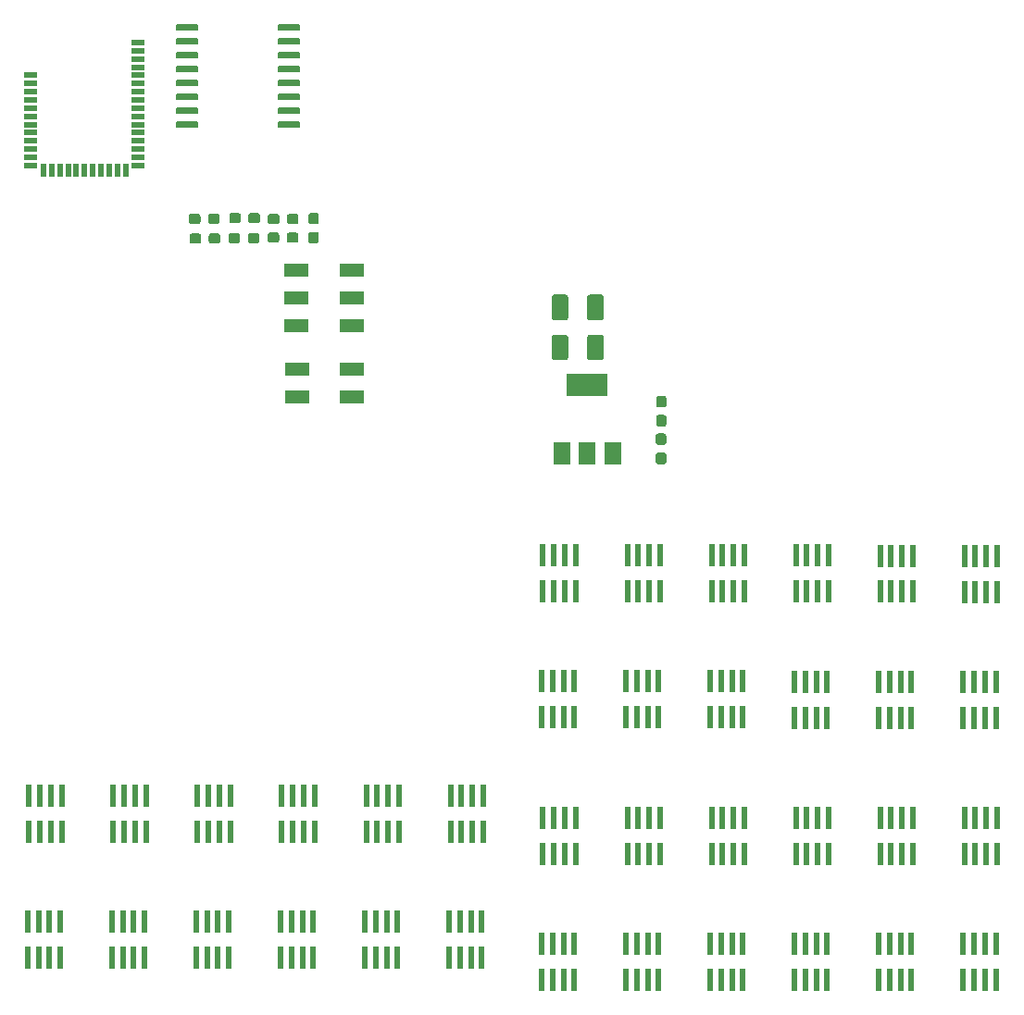
<source format=gtp>
%MOIN*%
%OFA0B0*%
%FSLAX46Y46*%
%IPPOS*%
%LPD*%
%ADD10R,0.047244094488188976X0.01968503937007874*%
%ADD11R,0.01968503937007874X0.047244094488188976*%
%ADD12C,0.0039370078740157488*%
%ADD13C,0.037401574803149609*%
%ADD14R,0.090157480314960639X0.05*%
%ADD15C,0.023622047244094488*%
%ADD16C,0.059055118110236227*%
%ADD17R,0.14960629921259844X0.07874015748031496*%
%ADD18R,0.059055118110236227X0.07874015748031496*%
%ADD29R,0.01968503937007874X0.07874015748031496*%
%ADD30R,0.01968503937007874X0.07874015748031496*%
%ADD31R,0.01968503937007874X0.07874015748031496*%
D10*
X-0005118110Y0005039370D02*
X0000621850Y0003645433D03*
X0000621850Y0003615905D03*
X0000621850Y0003586377D03*
X0000621850Y0003556850D03*
X0000621850Y0003527322D03*
X0000621850Y0003497795D03*
X0000621850Y0003468267D03*
X0000621850Y0003438740D03*
X0000621850Y0003409212D03*
X0000621850Y0003379685D03*
X0000621850Y0003350157D03*
X0000621850Y0003320629D03*
X0000621850Y0003291102D03*
X0000621850Y0003261574D03*
X0000621850Y0003232047D03*
X0000621850Y0003202519D03*
D11*
X0000576574Y0003184803D03*
X0000547047Y0003184803D03*
X0000517519Y0003184803D03*
X0000487992Y0003184803D03*
X0000458464Y0003184803D03*
X0000428937Y0003184803D03*
X0000399409Y0003184803D03*
X0000369881Y0003184803D03*
X0000340354Y0003184803D03*
X0000310826Y0003184803D03*
X0000281299Y0003184803D03*
D10*
X0000236023Y0003202519D03*
X0000236023Y0003232047D03*
X0000236023Y0003261574D03*
X0000236023Y0003291102D03*
X0000236023Y0003320629D03*
X0000236023Y0003350157D03*
X0000236023Y0003379685D03*
X0000236023Y0003409212D03*
X0000236023Y0003438740D03*
X0000236023Y0003468267D03*
X0000236023Y0003497795D03*
X0000236023Y0003527322D03*
D12*
G36*
X0000837825Y0003028891D02*
G01*
X0000838733Y0003028757D01*
X0000839623Y0003028534D01*
X0000840487Y0003028225D01*
X0000841317Y0003027832D01*
X0000842104Y0003027361D01*
X0000842841Y0003026814D01*
X0000843521Y0003026198D01*
X0000844137Y0003025518D01*
X0000844683Y0003024781D01*
X0000845155Y0003023994D01*
X0000845548Y0003023164D01*
X0000845857Y0003022300D01*
X0000846080Y0003021410D01*
X0000846214Y0003020503D01*
X0000846259Y0003019586D01*
X0000846259Y0003000885D01*
X0000846214Y0002999969D01*
X0000846080Y0002999061D01*
X0000845857Y0002998171D01*
X0000845548Y0002997307D01*
X0000845155Y0002996478D01*
X0000844683Y0002995691D01*
X0000844137Y0002994954D01*
X0000843521Y0002994274D01*
X0000842841Y0002993657D01*
X0000842104Y0002993111D01*
X0000841317Y0002992639D01*
X0000840487Y0002992247D01*
X0000839623Y0002991938D01*
X0000838733Y0002991715D01*
X0000837825Y0002991580D01*
X0000836909Y0002991535D01*
X0000814271Y0002991535D01*
X0000813355Y0002991580D01*
X0000812447Y0002991715D01*
X0000811557Y0002991938D01*
X0000810693Y0002992247D01*
X0000809863Y0002992639D01*
X0000809076Y0002993111D01*
X0000808339Y0002993657D01*
X0000807659Y0002994274D01*
X0000807043Y0002994954D01*
X0000806497Y0002995691D01*
X0000806025Y0002996478D01*
X0000805632Y0002997307D01*
X0000805323Y0002998171D01*
X0000805100Y0002999061D01*
X0000804966Y0002999969D01*
X0000804921Y0003000885D01*
X0000804921Y0003019586D01*
X0000804966Y0003020503D01*
X0000805100Y0003021410D01*
X0000805323Y0003022300D01*
X0000805632Y0003023164D01*
X0000806025Y0003023994D01*
X0000806497Y0003024781D01*
X0000807043Y0003025518D01*
X0000807659Y0003026198D01*
X0000808339Y0003026814D01*
X0000809076Y0003027361D01*
X0000809863Y0003027832D01*
X0000810693Y0003028225D01*
X0000811557Y0003028534D01*
X0000812447Y0003028757D01*
X0000813355Y0003028891D01*
X0000814271Y0003028937D01*
X0000836909Y0003028937D01*
X0000837825Y0003028891D01*
X0000837825Y0003028891D01*
G37*
D13*
X0000825590Y0003010236D03*
D12*
G36*
X0000906723Y0003028891D02*
G01*
X0000907631Y0003028757D01*
X0000908521Y0003028534D01*
X0000909385Y0003028225D01*
X0000910214Y0003027832D01*
X0000911001Y0003027361D01*
X0000911738Y0003026814D01*
X0000912418Y0003026198D01*
X0000913035Y0003025518D01*
X0000913581Y0003024781D01*
X0000914053Y0003023994D01*
X0000914445Y0003023164D01*
X0000914754Y0003022300D01*
X0000914977Y0003021410D01*
X0000915112Y0003020503D01*
X0000915157Y0003019586D01*
X0000915157Y0003000885D01*
X0000915112Y0002999969D01*
X0000914977Y0002999061D01*
X0000914754Y0002998171D01*
X0000914445Y0002997307D01*
X0000914053Y0002996478D01*
X0000913581Y0002995691D01*
X0000913035Y0002994954D01*
X0000912418Y0002994274D01*
X0000911738Y0002993657D01*
X0000911001Y0002993111D01*
X0000910214Y0002992639D01*
X0000909385Y0002992247D01*
X0000908521Y0002991938D01*
X0000907631Y0002991715D01*
X0000906723Y0002991580D01*
X0000905807Y0002991535D01*
X0000883169Y0002991535D01*
X0000882252Y0002991580D01*
X0000881345Y0002991715D01*
X0000880454Y0002991938D01*
X0000879591Y0002992247D01*
X0000878761Y0002992639D01*
X0000877974Y0002993111D01*
X0000877237Y0002993657D01*
X0000876557Y0002994274D01*
X0000875941Y0002994954D01*
X0000875394Y0002995691D01*
X0000874922Y0002996478D01*
X0000874530Y0002997307D01*
X0000874221Y0002998171D01*
X0000873998Y0002999061D01*
X0000873863Y0002999969D01*
X0000873818Y0003000885D01*
X0000873818Y0003019586D01*
X0000873863Y0003020503D01*
X0000873998Y0003021410D01*
X0000874221Y0003022300D01*
X0000874530Y0003023164D01*
X0000874922Y0003023994D01*
X0000875394Y0003024781D01*
X0000875941Y0003025518D01*
X0000876557Y0003026198D01*
X0000877237Y0003026814D01*
X0000877974Y0003027361D01*
X0000878761Y0003027832D01*
X0000879591Y0003028225D01*
X0000880454Y0003028534D01*
X0000881345Y0003028757D01*
X0000882252Y0003028891D01*
X0000883169Y0003028937D01*
X0000905807Y0003028937D01*
X0000906723Y0003028891D01*
X0000906723Y0003028891D01*
G37*
D13*
X0000894488Y0003010236D03*
D12*
G36*
X0001264400Y0003032317D02*
G01*
X0001265308Y0003032182D01*
X0001266198Y0003031959D01*
X0001267062Y0003031650D01*
X0001267891Y0003031258D01*
X0001268679Y0003030786D01*
X0001269416Y0003030239D01*
X0001270095Y0003029623D01*
X0001270712Y0003028943D01*
X0001271258Y0003028206D01*
X0001271730Y0003027419D01*
X0001272122Y0003026590D01*
X0001272431Y0003025726D01*
X0001272654Y0003024835D01*
X0001272789Y0003023928D01*
X0001272834Y0003023011D01*
X0001272834Y0003000373D01*
X0001272789Y0002999457D01*
X0001272654Y0002998549D01*
X0001272431Y0002997659D01*
X0001272122Y0002996795D01*
X0001271730Y0002995966D01*
X0001271258Y0002995179D01*
X0001270712Y0002994442D01*
X0001270095Y0002993762D01*
X0001269416Y0002993146D01*
X0001268679Y0002992599D01*
X0001267891Y0002992127D01*
X0001267062Y0002991735D01*
X0001266198Y0002991426D01*
X0001265308Y0002991203D01*
X0001264400Y0002991068D01*
X0001263484Y0002991023D01*
X0001244783Y0002991023D01*
X0001243866Y0002991068D01*
X0001242959Y0002991203D01*
X0001242069Y0002991426D01*
X0001241205Y0002991735D01*
X0001240375Y0002992127D01*
X0001239588Y0002992599D01*
X0001238851Y0002993146D01*
X0001238171Y0002993762D01*
X0001237555Y0002994442D01*
X0001237008Y0002995179D01*
X0001236537Y0002995966D01*
X0001236144Y0002996795D01*
X0001235835Y0002997659D01*
X0001235612Y0002998549D01*
X0001235478Y0002999457D01*
X0001235433Y0003000373D01*
X0001235433Y0003023011D01*
X0001235478Y0003023928D01*
X0001235612Y0003024835D01*
X0001235835Y0003025726D01*
X0001236144Y0003026590D01*
X0001236537Y0003027419D01*
X0001237008Y0003028206D01*
X0001237555Y0003028943D01*
X0001238171Y0003029623D01*
X0001238851Y0003030239D01*
X0001239588Y0003030786D01*
X0001240375Y0003031258D01*
X0001241205Y0003031650D01*
X0001242069Y0003031959D01*
X0001242959Y0003032182D01*
X0001243866Y0003032317D01*
X0001244783Y0003032362D01*
X0001263484Y0003032362D01*
X0001264400Y0003032317D01*
X0001264400Y0003032317D01*
G37*
D13*
X0001254133Y0003011692D03*
D12*
G36*
X0001264400Y0002963419D02*
G01*
X0001265308Y0002963284D01*
X0001266198Y0002963061D01*
X0001267062Y0002962752D01*
X0001267891Y0002962360D01*
X0001268679Y0002961888D01*
X0001269416Y0002961342D01*
X0001270095Y0002960725D01*
X0001270712Y0002960045D01*
X0001271258Y0002959308D01*
X0001271730Y0002958521D01*
X0001272122Y0002957692D01*
X0001272431Y0002956828D01*
X0001272654Y0002955938D01*
X0001272789Y0002955030D01*
X0001272834Y0002954114D01*
X0001272834Y0002931476D01*
X0001272789Y0002930559D01*
X0001272654Y0002929652D01*
X0001272431Y0002928762D01*
X0001272122Y0002927898D01*
X0001271730Y0002927068D01*
X0001271258Y0002926281D01*
X0001270712Y0002925544D01*
X0001270095Y0002924864D01*
X0001269416Y0002924248D01*
X0001268679Y0002923701D01*
X0001267891Y0002923230D01*
X0001267062Y0002922837D01*
X0001266198Y0002922528D01*
X0001265308Y0002922305D01*
X0001264400Y0002922170D01*
X0001263484Y0002922125D01*
X0001244783Y0002922125D01*
X0001243866Y0002922170D01*
X0001242959Y0002922305D01*
X0001242069Y0002922528D01*
X0001241205Y0002922837D01*
X0001240375Y0002923230D01*
X0001239588Y0002923701D01*
X0001238851Y0002924248D01*
X0001238171Y0002924864D01*
X0001237555Y0002925544D01*
X0001237008Y0002926281D01*
X0001236537Y0002927068D01*
X0001236144Y0002927898D01*
X0001235835Y0002928762D01*
X0001235612Y0002929652D01*
X0001235478Y0002930559D01*
X0001235433Y0002931476D01*
X0001235433Y0002954114D01*
X0001235478Y0002955030D01*
X0001235612Y0002955938D01*
X0001235835Y0002956828D01*
X0001236144Y0002957692D01*
X0001236537Y0002958521D01*
X0001237008Y0002959308D01*
X0001237555Y0002960045D01*
X0001238171Y0002960725D01*
X0001238851Y0002961342D01*
X0001239588Y0002961888D01*
X0001240375Y0002962360D01*
X0001241205Y0002962752D01*
X0001242069Y0002963061D01*
X0001242959Y0002963284D01*
X0001243866Y0002963419D01*
X0001244783Y0002963464D01*
X0001263484Y0002963464D01*
X0001264400Y0002963419D01*
X0001264400Y0002963419D01*
G37*
D13*
X0001254133Y0002942795D03*
D14*
X0001391338Y0002824094D03*
X0001391338Y0002724094D03*
X0001391338Y0002624094D03*
X0001192519Y0002824094D03*
X0001192519Y0002724094D03*
X0001192519Y0002624094D03*
D12*
G36*
X0000982983Y0003031490D02*
G01*
X0000983891Y0003031355D01*
X0000984781Y0003031132D01*
X0000985645Y0003030823D01*
X0000986474Y0003030431D01*
X0000987261Y0003029959D01*
X0000987998Y0003029412D01*
X0000988678Y0003028796D01*
X0000989294Y0003028116D01*
X0000989841Y0003027379D01*
X0000990313Y0003026592D01*
X0000990705Y0003025763D01*
X0000991014Y0003024899D01*
X0000991237Y0003024009D01*
X0000991372Y0003023101D01*
X0000991417Y0003022185D01*
X0000991417Y0003003484D01*
X0000991372Y0003002567D01*
X0000991237Y0003001660D01*
X0000991014Y0003000769D01*
X0000990705Y0002999905D01*
X0000990313Y0002999076D01*
X0000989841Y0002998289D01*
X0000989294Y0002997552D01*
X0000988678Y0002996872D01*
X0000987998Y0002996256D01*
X0000987261Y0002995709D01*
X0000986474Y0002995237D01*
X0000985645Y0002994845D01*
X0000984781Y0002994536D01*
X0000983891Y0002994313D01*
X0000982983Y0002994178D01*
X0000982066Y0002994133D01*
X0000959429Y0002994133D01*
X0000958512Y0002994178D01*
X0000957604Y0002994313D01*
X0000956714Y0002994536D01*
X0000955850Y0002994845D01*
X0000955021Y0002995237D01*
X0000954234Y0002995709D01*
X0000953497Y0002996256D01*
X0000952817Y0002996872D01*
X0000952201Y0002997552D01*
X0000951654Y0002998289D01*
X0000951182Y0002999076D01*
X0000950790Y0002999905D01*
X0000950481Y0003000769D01*
X0000950258Y0003001660D01*
X0000950123Y0003002567D01*
X0000950078Y0003003484D01*
X0000950078Y0003022185D01*
X0000950123Y0003023101D01*
X0000950258Y0003024009D01*
X0000950481Y0003024899D01*
X0000950790Y0003025763D01*
X0000951182Y0003026592D01*
X0000951654Y0003027379D01*
X0000952201Y0003028116D01*
X0000952817Y0003028796D01*
X0000953497Y0003029412D01*
X0000954234Y0003029959D01*
X0000955021Y0003030431D01*
X0000955850Y0003030823D01*
X0000956714Y0003031132D01*
X0000957604Y0003031355D01*
X0000958512Y0003031490D01*
X0000959429Y0003031535D01*
X0000982066Y0003031535D01*
X0000982983Y0003031490D01*
X0000982983Y0003031490D01*
G37*
D13*
X0000970748Y0003012834D03*
D12*
G36*
X0001051881Y0003031490D02*
G01*
X0001052788Y0003031355D01*
X0001053678Y0003031132D01*
X0001054542Y0003030823D01*
X0001055372Y0003030431D01*
X0001056159Y0003029959D01*
X0001056896Y0003029412D01*
X0001057576Y0003028796D01*
X0001058192Y0003028116D01*
X0001058739Y0003027379D01*
X0001059210Y0003026592D01*
X0001059603Y0003025763D01*
X0001059912Y0003024899D01*
X0001060135Y0003024009D01*
X0001060269Y0003023101D01*
X0001060314Y0003022185D01*
X0001060314Y0003003484D01*
X0001060269Y0003002567D01*
X0001060135Y0003001660D01*
X0001059912Y0003000769D01*
X0001059603Y0002999905D01*
X0001059210Y0002999076D01*
X0001058739Y0002998289D01*
X0001058192Y0002997552D01*
X0001057576Y0002996872D01*
X0001056896Y0002996256D01*
X0001056159Y0002995709D01*
X0001055372Y0002995237D01*
X0001054542Y0002994845D01*
X0001053678Y0002994536D01*
X0001052788Y0002994313D01*
X0001051881Y0002994178D01*
X0001050964Y0002994133D01*
X0001028326Y0002994133D01*
X0001027410Y0002994178D01*
X0001026502Y0002994313D01*
X0001025612Y0002994536D01*
X0001024748Y0002994845D01*
X0001023919Y0002995237D01*
X0001023131Y0002995709D01*
X0001022394Y0002996256D01*
X0001021715Y0002996872D01*
X0001021098Y0002997552D01*
X0001020552Y0002998289D01*
X0001020080Y0002999076D01*
X0001019688Y0002999905D01*
X0001019378Y0003000769D01*
X0001019155Y0003001660D01*
X0001019021Y0003002567D01*
X0001018976Y0003003484D01*
X0001018976Y0003022185D01*
X0001019021Y0003023101D01*
X0001019155Y0003024009D01*
X0001019378Y0003024899D01*
X0001019688Y0003025763D01*
X0001020080Y0003026592D01*
X0001020552Y0003027379D01*
X0001021098Y0003028116D01*
X0001021715Y0003028796D01*
X0001022394Y0003029412D01*
X0001023131Y0003029959D01*
X0001023919Y0003030431D01*
X0001024748Y0003030823D01*
X0001025612Y0003031132D01*
X0001026502Y0003031355D01*
X0001027410Y0003031490D01*
X0001028326Y0003031535D01*
X0001050964Y0003031535D01*
X0001051881Y0003031490D01*
X0001051881Y0003031490D01*
G37*
D13*
X0001039645Y0003012834D03*
D14*
X0001392086Y0002468070D03*
X0001392086Y0002368070D03*
X0001193267Y0002468070D03*
X0001193267Y0002368070D03*
D12*
G36*
X0000840070Y0002958143D02*
G01*
X0000840977Y0002958009D01*
X0000841867Y0002957786D01*
X0000842731Y0002957477D01*
X0000843561Y0002957084D01*
X0000844348Y0002956613D01*
X0000845085Y0002956066D01*
X0000845765Y0002955450D01*
X0000846381Y0002954770D01*
X0000846928Y0002954033D01*
X0000847399Y0002953246D01*
X0000847792Y0002952416D01*
X0000848101Y0002951552D01*
X0000848324Y0002950662D01*
X0000848458Y0002949755D01*
X0000848503Y0002948838D01*
X0000848503Y0002930137D01*
X0000848458Y0002929221D01*
X0000848324Y0002928313D01*
X0000848101Y0002927423D01*
X0000847792Y0002926559D01*
X0000847399Y0002925730D01*
X0000846928Y0002924942D01*
X0000846381Y0002924205D01*
X0000845765Y0002923526D01*
X0000845085Y0002922909D01*
X0000844348Y0002922363D01*
X0000843561Y0002921891D01*
X0000842731Y0002921499D01*
X0000841867Y0002921190D01*
X0000840977Y0002920967D01*
X0000840070Y0002920832D01*
X0000839153Y0002920787D01*
X0000816515Y0002920787D01*
X0000815599Y0002920832D01*
X0000814691Y0002920967D01*
X0000813801Y0002921190D01*
X0000812937Y0002921499D01*
X0000812107Y0002921891D01*
X0000811320Y0002922363D01*
X0000810583Y0002922909D01*
X0000809904Y0002923526D01*
X0000809287Y0002924205D01*
X0000808741Y0002924942D01*
X0000808269Y0002925730D01*
X0000807877Y0002926559D01*
X0000807567Y0002927423D01*
X0000807345Y0002928313D01*
X0000807210Y0002929221D01*
X0000807165Y0002930137D01*
X0000807165Y0002948838D01*
X0000807210Y0002949755D01*
X0000807345Y0002950662D01*
X0000807567Y0002951552D01*
X0000807877Y0002952416D01*
X0000808269Y0002953246D01*
X0000808741Y0002954033D01*
X0000809287Y0002954770D01*
X0000809904Y0002955450D01*
X0000810583Y0002956066D01*
X0000811320Y0002956613D01*
X0000812107Y0002957084D01*
X0000812937Y0002957477D01*
X0000813801Y0002957786D01*
X0000814691Y0002958009D01*
X0000815599Y0002958143D01*
X0000816515Y0002958188D01*
X0000839153Y0002958188D01*
X0000840070Y0002958143D01*
X0000840070Y0002958143D01*
G37*
D13*
X0000827834Y0002939488D03*
D12*
G36*
X0000908967Y0002958143D02*
G01*
X0000909875Y0002958009D01*
X0000910765Y0002957786D01*
X0000911629Y0002957477D01*
X0000912458Y0002957084D01*
X0000913245Y0002956613D01*
X0000913982Y0002956066D01*
X0000914662Y0002955450D01*
X0000915279Y0002954770D01*
X0000915825Y0002954033D01*
X0000916297Y0002953246D01*
X0000916689Y0002952416D01*
X0000916998Y0002951552D01*
X0000917221Y0002950662D01*
X0000917356Y0002949755D01*
X0000917401Y0002948838D01*
X0000917401Y0002930137D01*
X0000917356Y0002929221D01*
X0000917221Y0002928313D01*
X0000916998Y0002927423D01*
X0000916689Y0002926559D01*
X0000916297Y0002925730D01*
X0000915825Y0002924942D01*
X0000915279Y0002924205D01*
X0000914662Y0002923526D01*
X0000913982Y0002922909D01*
X0000913245Y0002922363D01*
X0000912458Y0002921891D01*
X0000911629Y0002921499D01*
X0000910765Y0002921190D01*
X0000909875Y0002920967D01*
X0000908967Y0002920832D01*
X0000908051Y0002920787D01*
X0000885413Y0002920787D01*
X0000884496Y0002920832D01*
X0000883589Y0002920967D01*
X0000882699Y0002921190D01*
X0000881835Y0002921499D01*
X0000881005Y0002921891D01*
X0000880218Y0002922363D01*
X0000879481Y0002922909D01*
X0000878801Y0002923526D01*
X0000878185Y0002924205D01*
X0000877638Y0002924942D01*
X0000877167Y0002925730D01*
X0000876774Y0002926559D01*
X0000876465Y0002927423D01*
X0000876242Y0002928313D01*
X0000876107Y0002929221D01*
X0000876062Y0002930137D01*
X0000876062Y0002948838D01*
X0000876107Y0002949755D01*
X0000876242Y0002950662D01*
X0000876465Y0002951552D01*
X0000876774Y0002952416D01*
X0000877167Y0002953246D01*
X0000877638Y0002954033D01*
X0000878185Y0002954770D01*
X0000878801Y0002955450D01*
X0000879481Y0002956066D01*
X0000880218Y0002956613D01*
X0000881005Y0002957084D01*
X0000881835Y0002957477D01*
X0000882699Y0002957786D01*
X0000883589Y0002958009D01*
X0000884496Y0002958143D01*
X0000885413Y0002958188D01*
X0000908051Y0002958188D01*
X0000908967Y0002958143D01*
X0000908967Y0002958143D01*
G37*
D13*
X0000896732Y0002939488D03*
D12*
G36*
X0001199515Y0003361428D02*
G01*
X0001200089Y0003361343D01*
X0001200651Y0003361202D01*
X0001201196Y0003361007D01*
X0001201720Y0003360759D01*
X0001202217Y0003360461D01*
X0001202683Y0003360116D01*
X0001203112Y0003359727D01*
X0001203502Y0003359297D01*
X0001203847Y0003358832D01*
X0001204145Y0003358335D01*
X0001204392Y0003357811D01*
X0001204588Y0003357265D01*
X0001204729Y0003356703D01*
X0001204814Y0003356130D01*
X0001204842Y0003355551D01*
X0001204842Y0003343740D01*
X0001204814Y0003343161D01*
X0001204729Y0003342588D01*
X0001204588Y0003342025D01*
X0001204392Y0003341480D01*
X0001204145Y0003340956D01*
X0001203847Y0003340459D01*
X0001203502Y0003339993D01*
X0001203112Y0003339564D01*
X0001202683Y0003339175D01*
X0001202217Y0003338829D01*
X0001201720Y0003338531D01*
X0001201196Y0003338284D01*
X0001200651Y0003338088D01*
X0001200089Y0003337948D01*
X0001199515Y0003337863D01*
X0001198937Y0003337834D01*
X0001130039Y0003337834D01*
X0001129460Y0003337863D01*
X0001128887Y0003337948D01*
X0001128325Y0003338088D01*
X0001127779Y0003338284D01*
X0001127255Y0003338531D01*
X0001126758Y0003338829D01*
X0001126292Y0003339175D01*
X0001125863Y0003339564D01*
X0001125474Y0003339993D01*
X0001125129Y0003340459D01*
X0001124831Y0003340956D01*
X0001124583Y0003341480D01*
X0001124388Y0003342025D01*
X0001124247Y0003342588D01*
X0001124162Y0003343161D01*
X0001124133Y0003343740D01*
X0001124133Y0003355551D01*
X0001124162Y0003356130D01*
X0001124247Y0003356703D01*
X0001124388Y0003357265D01*
X0001124583Y0003357811D01*
X0001124831Y0003358335D01*
X0001125129Y0003358832D01*
X0001125474Y0003359297D01*
X0001125863Y0003359727D01*
X0001126292Y0003360116D01*
X0001126758Y0003360461D01*
X0001127255Y0003360759D01*
X0001127779Y0003361007D01*
X0001128325Y0003361202D01*
X0001128887Y0003361343D01*
X0001129460Y0003361428D01*
X0001130039Y0003361456D01*
X0001198937Y0003361456D01*
X0001199515Y0003361428D01*
X0001199515Y0003361428D01*
G37*
D15*
X0001164488Y0003349645D03*
D12*
G36*
X0001199515Y0003411428D02*
G01*
X0001200089Y0003411343D01*
X0001200651Y0003411202D01*
X0001201196Y0003411007D01*
X0001201720Y0003410759D01*
X0001202217Y0003410461D01*
X0001202683Y0003410116D01*
X0001203112Y0003409727D01*
X0001203502Y0003409297D01*
X0001203847Y0003408832D01*
X0001204145Y0003408335D01*
X0001204392Y0003407811D01*
X0001204588Y0003407265D01*
X0001204729Y0003406703D01*
X0001204814Y0003406130D01*
X0001204842Y0003405551D01*
X0001204842Y0003393740D01*
X0001204814Y0003393161D01*
X0001204729Y0003392588D01*
X0001204588Y0003392025D01*
X0001204392Y0003391480D01*
X0001204145Y0003390956D01*
X0001203847Y0003390459D01*
X0001203502Y0003389993D01*
X0001203112Y0003389564D01*
X0001202683Y0003389175D01*
X0001202217Y0003388829D01*
X0001201720Y0003388531D01*
X0001201196Y0003388284D01*
X0001200651Y0003388088D01*
X0001200089Y0003387948D01*
X0001199515Y0003387863D01*
X0001198937Y0003387834D01*
X0001130039Y0003387834D01*
X0001129460Y0003387863D01*
X0001128887Y0003387948D01*
X0001128325Y0003388088D01*
X0001127779Y0003388284D01*
X0001127255Y0003388531D01*
X0001126758Y0003388829D01*
X0001126292Y0003389175D01*
X0001125863Y0003389564D01*
X0001125474Y0003389993D01*
X0001125129Y0003390459D01*
X0001124831Y0003390956D01*
X0001124583Y0003391480D01*
X0001124388Y0003392025D01*
X0001124247Y0003392588D01*
X0001124162Y0003393161D01*
X0001124133Y0003393740D01*
X0001124133Y0003405551D01*
X0001124162Y0003406130D01*
X0001124247Y0003406703D01*
X0001124388Y0003407265D01*
X0001124583Y0003407811D01*
X0001124831Y0003408335D01*
X0001125129Y0003408832D01*
X0001125474Y0003409297D01*
X0001125863Y0003409727D01*
X0001126292Y0003410116D01*
X0001126758Y0003410461D01*
X0001127255Y0003410759D01*
X0001127779Y0003411007D01*
X0001128325Y0003411202D01*
X0001128887Y0003411343D01*
X0001129460Y0003411428D01*
X0001130039Y0003411456D01*
X0001198937Y0003411456D01*
X0001199515Y0003411428D01*
X0001199515Y0003411428D01*
G37*
D15*
X0001164488Y0003399645D03*
D12*
G36*
X0001199515Y0003461428D02*
G01*
X0001200089Y0003461343D01*
X0001200651Y0003461202D01*
X0001201196Y0003461007D01*
X0001201720Y0003460759D01*
X0001202217Y0003460461D01*
X0001202683Y0003460116D01*
X0001203112Y0003459727D01*
X0001203502Y0003459297D01*
X0001203847Y0003458832D01*
X0001204145Y0003458335D01*
X0001204392Y0003457811D01*
X0001204588Y0003457265D01*
X0001204729Y0003456703D01*
X0001204814Y0003456130D01*
X0001204842Y0003455551D01*
X0001204842Y0003443740D01*
X0001204814Y0003443161D01*
X0001204729Y0003442587D01*
X0001204588Y0003442025D01*
X0001204392Y0003441480D01*
X0001204145Y0003440956D01*
X0001203847Y0003440459D01*
X0001203502Y0003439993D01*
X0001203112Y0003439564D01*
X0001202683Y0003439175D01*
X0001202217Y0003438829D01*
X0001201720Y0003438531D01*
X0001201196Y0003438284D01*
X0001200651Y0003438088D01*
X0001200089Y0003437948D01*
X0001199515Y0003437863D01*
X0001198937Y0003437834D01*
X0001130039Y0003437834D01*
X0001129460Y0003437863D01*
X0001128887Y0003437948D01*
X0001128325Y0003438088D01*
X0001127779Y0003438284D01*
X0001127255Y0003438531D01*
X0001126758Y0003438829D01*
X0001126292Y0003439175D01*
X0001125863Y0003439564D01*
X0001125474Y0003439993D01*
X0001125129Y0003440459D01*
X0001124831Y0003440956D01*
X0001124583Y0003441480D01*
X0001124388Y0003442025D01*
X0001124247Y0003442587D01*
X0001124162Y0003443161D01*
X0001124133Y0003443740D01*
X0001124133Y0003455551D01*
X0001124162Y0003456130D01*
X0001124247Y0003456703D01*
X0001124388Y0003457265D01*
X0001124583Y0003457811D01*
X0001124831Y0003458335D01*
X0001125129Y0003458832D01*
X0001125474Y0003459297D01*
X0001125863Y0003459727D01*
X0001126292Y0003460116D01*
X0001126758Y0003460461D01*
X0001127255Y0003460759D01*
X0001127779Y0003461007D01*
X0001128325Y0003461202D01*
X0001128887Y0003461343D01*
X0001129460Y0003461428D01*
X0001130039Y0003461456D01*
X0001198937Y0003461456D01*
X0001199515Y0003461428D01*
X0001199515Y0003461428D01*
G37*
D15*
X0001164488Y0003449645D03*
D12*
G36*
X0001199515Y0003511428D02*
G01*
X0001200089Y0003511343D01*
X0001200651Y0003511202D01*
X0001201196Y0003511007D01*
X0001201720Y0003510759D01*
X0001202217Y0003510461D01*
X0001202683Y0003510116D01*
X0001203112Y0003509727D01*
X0001203502Y0003509297D01*
X0001203847Y0003508832D01*
X0001204145Y0003508335D01*
X0001204392Y0003507811D01*
X0001204588Y0003507265D01*
X0001204729Y0003506703D01*
X0001204814Y0003506130D01*
X0001204842Y0003505551D01*
X0001204842Y0003493740D01*
X0001204814Y0003493161D01*
X0001204729Y0003492588D01*
X0001204588Y0003492025D01*
X0001204392Y0003491480D01*
X0001204145Y0003490956D01*
X0001203847Y0003490459D01*
X0001203502Y0003489993D01*
X0001203112Y0003489564D01*
X0001202683Y0003489175D01*
X0001202217Y0003488829D01*
X0001201720Y0003488531D01*
X0001201196Y0003488284D01*
X0001200651Y0003488088D01*
X0001200089Y0003487948D01*
X0001199515Y0003487863D01*
X0001198937Y0003487834D01*
X0001130039Y0003487834D01*
X0001129460Y0003487863D01*
X0001128887Y0003487948D01*
X0001128325Y0003488088D01*
X0001127779Y0003488284D01*
X0001127255Y0003488531D01*
X0001126758Y0003488829D01*
X0001126292Y0003489175D01*
X0001125863Y0003489564D01*
X0001125474Y0003489993D01*
X0001125129Y0003490459D01*
X0001124831Y0003490956D01*
X0001124583Y0003491480D01*
X0001124388Y0003492025D01*
X0001124247Y0003492588D01*
X0001124162Y0003493161D01*
X0001124133Y0003493740D01*
X0001124133Y0003505551D01*
X0001124162Y0003506130D01*
X0001124247Y0003506703D01*
X0001124388Y0003507265D01*
X0001124583Y0003507811D01*
X0001124831Y0003508335D01*
X0001125129Y0003508832D01*
X0001125474Y0003509297D01*
X0001125863Y0003509727D01*
X0001126292Y0003510116D01*
X0001126758Y0003510461D01*
X0001127255Y0003510759D01*
X0001127779Y0003511007D01*
X0001128325Y0003511202D01*
X0001128887Y0003511343D01*
X0001129460Y0003511428D01*
X0001130039Y0003511456D01*
X0001198937Y0003511456D01*
X0001199515Y0003511428D01*
X0001199515Y0003511428D01*
G37*
D15*
X0001164488Y0003499645D03*
D12*
G36*
X0001199515Y0003561428D02*
G01*
X0001200089Y0003561343D01*
X0001200651Y0003561202D01*
X0001201196Y0003561007D01*
X0001201720Y0003560759D01*
X0001202217Y0003560461D01*
X0001202683Y0003560116D01*
X0001203112Y0003559727D01*
X0001203502Y0003559297D01*
X0001203847Y0003558832D01*
X0001204145Y0003558335D01*
X0001204392Y0003557811D01*
X0001204588Y0003557265D01*
X0001204729Y0003556703D01*
X0001204814Y0003556130D01*
X0001204842Y0003555551D01*
X0001204842Y0003543740D01*
X0001204814Y0003543161D01*
X0001204729Y0003542588D01*
X0001204588Y0003542025D01*
X0001204392Y0003541480D01*
X0001204145Y0003540956D01*
X0001203847Y0003540459D01*
X0001203502Y0003539993D01*
X0001203112Y0003539564D01*
X0001202683Y0003539175D01*
X0001202217Y0003538829D01*
X0001201720Y0003538531D01*
X0001201196Y0003538284D01*
X0001200651Y0003538088D01*
X0001200089Y0003537948D01*
X0001199515Y0003537863D01*
X0001198937Y0003537834D01*
X0001130039Y0003537834D01*
X0001129460Y0003537863D01*
X0001128887Y0003537948D01*
X0001128325Y0003538088D01*
X0001127779Y0003538284D01*
X0001127255Y0003538531D01*
X0001126758Y0003538829D01*
X0001126292Y0003539175D01*
X0001125863Y0003539564D01*
X0001125474Y0003539993D01*
X0001125129Y0003540459D01*
X0001124831Y0003540956D01*
X0001124583Y0003541480D01*
X0001124388Y0003542025D01*
X0001124247Y0003542588D01*
X0001124162Y0003543161D01*
X0001124133Y0003543740D01*
X0001124133Y0003555551D01*
X0001124162Y0003556130D01*
X0001124247Y0003556703D01*
X0001124388Y0003557265D01*
X0001124583Y0003557811D01*
X0001124831Y0003558335D01*
X0001125129Y0003558832D01*
X0001125474Y0003559297D01*
X0001125863Y0003559727D01*
X0001126292Y0003560116D01*
X0001126758Y0003560461D01*
X0001127255Y0003560759D01*
X0001127779Y0003561007D01*
X0001128325Y0003561202D01*
X0001128887Y0003561343D01*
X0001129460Y0003561428D01*
X0001130039Y0003561456D01*
X0001198937Y0003561456D01*
X0001199515Y0003561428D01*
X0001199515Y0003561428D01*
G37*
D15*
X0001164488Y0003549645D03*
D12*
G36*
X0001199515Y0003611428D02*
G01*
X0001200089Y0003611343D01*
X0001200651Y0003611202D01*
X0001201196Y0003611007D01*
X0001201720Y0003610759D01*
X0001202217Y0003610461D01*
X0001202683Y0003610116D01*
X0001203112Y0003609727D01*
X0001203502Y0003609297D01*
X0001203847Y0003608832D01*
X0001204145Y0003608335D01*
X0001204392Y0003607811D01*
X0001204588Y0003607265D01*
X0001204729Y0003606703D01*
X0001204814Y0003606130D01*
X0001204842Y0003605551D01*
X0001204842Y0003593740D01*
X0001204814Y0003593161D01*
X0001204729Y0003592588D01*
X0001204588Y0003592025D01*
X0001204392Y0003591480D01*
X0001204145Y0003590956D01*
X0001203847Y0003590459D01*
X0001203502Y0003589993D01*
X0001203112Y0003589564D01*
X0001202683Y0003589175D01*
X0001202217Y0003588829D01*
X0001201720Y0003588531D01*
X0001201196Y0003588284D01*
X0001200651Y0003588088D01*
X0001200089Y0003587948D01*
X0001199515Y0003587863D01*
X0001198937Y0003587834D01*
X0001130039Y0003587834D01*
X0001129460Y0003587863D01*
X0001128887Y0003587948D01*
X0001128325Y0003588088D01*
X0001127779Y0003588284D01*
X0001127255Y0003588531D01*
X0001126758Y0003588829D01*
X0001126292Y0003589175D01*
X0001125863Y0003589564D01*
X0001125474Y0003589993D01*
X0001125129Y0003590459D01*
X0001124831Y0003590956D01*
X0001124583Y0003591480D01*
X0001124388Y0003592025D01*
X0001124247Y0003592588D01*
X0001124162Y0003593161D01*
X0001124133Y0003593740D01*
X0001124133Y0003605551D01*
X0001124162Y0003606130D01*
X0001124247Y0003606703D01*
X0001124388Y0003607265D01*
X0001124583Y0003607811D01*
X0001124831Y0003608335D01*
X0001125129Y0003608832D01*
X0001125474Y0003609297D01*
X0001125863Y0003609727D01*
X0001126292Y0003610116D01*
X0001126758Y0003610461D01*
X0001127255Y0003610759D01*
X0001127779Y0003611007D01*
X0001128325Y0003611202D01*
X0001128887Y0003611343D01*
X0001129460Y0003611428D01*
X0001130039Y0003611456D01*
X0001198937Y0003611456D01*
X0001199515Y0003611428D01*
X0001199515Y0003611428D01*
G37*
D15*
X0001164488Y0003599645D03*
D12*
G36*
X0001199515Y0003661428D02*
G01*
X0001200089Y0003661343D01*
X0001200651Y0003661202D01*
X0001201196Y0003661007D01*
X0001201720Y0003660759D01*
X0001202217Y0003660461D01*
X0001202683Y0003660116D01*
X0001203112Y0003659727D01*
X0001203502Y0003659297D01*
X0001203847Y0003658832D01*
X0001204145Y0003658335D01*
X0001204392Y0003657811D01*
X0001204588Y0003657265D01*
X0001204729Y0003656703D01*
X0001204814Y0003656130D01*
X0001204842Y0003655551D01*
X0001204842Y0003643740D01*
X0001204814Y0003643161D01*
X0001204729Y0003642588D01*
X0001204588Y0003642025D01*
X0001204392Y0003641480D01*
X0001204145Y0003640956D01*
X0001203847Y0003640459D01*
X0001203502Y0003639993D01*
X0001203112Y0003639564D01*
X0001202683Y0003639175D01*
X0001202217Y0003638829D01*
X0001201720Y0003638531D01*
X0001201196Y0003638284D01*
X0001200651Y0003638088D01*
X0001200089Y0003637948D01*
X0001199515Y0003637863D01*
X0001198937Y0003637834D01*
X0001130039Y0003637834D01*
X0001129460Y0003637863D01*
X0001128887Y0003637948D01*
X0001128325Y0003638088D01*
X0001127779Y0003638284D01*
X0001127255Y0003638531D01*
X0001126758Y0003638829D01*
X0001126292Y0003639175D01*
X0001125863Y0003639564D01*
X0001125474Y0003639993D01*
X0001125129Y0003640459D01*
X0001124831Y0003640956D01*
X0001124583Y0003641480D01*
X0001124388Y0003642025D01*
X0001124247Y0003642588D01*
X0001124162Y0003643161D01*
X0001124133Y0003643740D01*
X0001124133Y0003655551D01*
X0001124162Y0003656130D01*
X0001124247Y0003656703D01*
X0001124388Y0003657265D01*
X0001124583Y0003657811D01*
X0001124831Y0003658335D01*
X0001125129Y0003658832D01*
X0001125474Y0003659297D01*
X0001125863Y0003659727D01*
X0001126292Y0003660116D01*
X0001126758Y0003660461D01*
X0001127255Y0003660759D01*
X0001127779Y0003661007D01*
X0001128325Y0003661202D01*
X0001128887Y0003661343D01*
X0001129460Y0003661428D01*
X0001130039Y0003661456D01*
X0001198937Y0003661456D01*
X0001199515Y0003661428D01*
X0001199515Y0003661428D01*
G37*
D15*
X0001164488Y0003649645D03*
D12*
G36*
X0001199515Y0003711428D02*
G01*
X0001200089Y0003711343D01*
X0001200651Y0003711202D01*
X0001201196Y0003711007D01*
X0001201720Y0003710759D01*
X0001202217Y0003710461D01*
X0001202683Y0003710116D01*
X0001203112Y0003709727D01*
X0001203502Y0003709297D01*
X0001203847Y0003708832D01*
X0001204145Y0003708335D01*
X0001204392Y0003707811D01*
X0001204588Y0003707265D01*
X0001204729Y0003706703D01*
X0001204814Y0003706130D01*
X0001204842Y0003705551D01*
X0001204842Y0003693740D01*
X0001204814Y0003693161D01*
X0001204729Y0003692588D01*
X0001204588Y0003692025D01*
X0001204392Y0003691480D01*
X0001204145Y0003690956D01*
X0001203847Y0003690459D01*
X0001203502Y0003689993D01*
X0001203112Y0003689564D01*
X0001202683Y0003689175D01*
X0001202217Y0003688829D01*
X0001201720Y0003688531D01*
X0001201196Y0003688284D01*
X0001200651Y0003688088D01*
X0001200089Y0003687948D01*
X0001199515Y0003687863D01*
X0001198937Y0003687834D01*
X0001130039Y0003687834D01*
X0001129460Y0003687863D01*
X0001128887Y0003687948D01*
X0001128325Y0003688088D01*
X0001127779Y0003688284D01*
X0001127255Y0003688531D01*
X0001126758Y0003688829D01*
X0001126292Y0003689175D01*
X0001125863Y0003689564D01*
X0001125474Y0003689993D01*
X0001125129Y0003690459D01*
X0001124831Y0003690956D01*
X0001124583Y0003691480D01*
X0001124388Y0003692025D01*
X0001124247Y0003692588D01*
X0001124162Y0003693161D01*
X0001124133Y0003693740D01*
X0001124133Y0003705551D01*
X0001124162Y0003706130D01*
X0001124247Y0003706703D01*
X0001124388Y0003707265D01*
X0001124583Y0003707811D01*
X0001124831Y0003708335D01*
X0001125129Y0003708832D01*
X0001125474Y0003709297D01*
X0001125863Y0003709727D01*
X0001126292Y0003710116D01*
X0001126758Y0003710461D01*
X0001127255Y0003710759D01*
X0001127779Y0003711007D01*
X0001128325Y0003711202D01*
X0001128887Y0003711343D01*
X0001129460Y0003711428D01*
X0001130039Y0003711456D01*
X0001198937Y0003711456D01*
X0001199515Y0003711428D01*
X0001199515Y0003711428D01*
G37*
D15*
X0001164488Y0003699645D03*
D12*
G36*
X0000833374Y0003711428D02*
G01*
X0000833947Y0003711343D01*
X0000834509Y0003711202D01*
X0000835055Y0003711007D01*
X0000835579Y0003710759D01*
X0000836076Y0003710461D01*
X0000836541Y0003710116D01*
X0000836971Y0003709727D01*
X0000837360Y0003709297D01*
X0000837705Y0003708832D01*
X0000838003Y0003708335D01*
X0000838251Y0003707811D01*
X0000838446Y0003707265D01*
X0000838587Y0003706703D01*
X0000838672Y0003706130D01*
X0000838700Y0003705551D01*
X0000838700Y0003693740D01*
X0000838672Y0003693161D01*
X0000838587Y0003692588D01*
X0000838446Y0003692025D01*
X0000838251Y0003691480D01*
X0000838003Y0003690956D01*
X0000837705Y0003690459D01*
X0000837360Y0003689993D01*
X0000836971Y0003689564D01*
X0000836541Y0003689175D01*
X0000836076Y0003688829D01*
X0000835579Y0003688531D01*
X0000835055Y0003688284D01*
X0000834509Y0003688088D01*
X0000833947Y0003687948D01*
X0000833374Y0003687863D01*
X0000832795Y0003687834D01*
X0000763897Y0003687834D01*
X0000763318Y0003687863D01*
X0000762745Y0003687948D01*
X0000762183Y0003688088D01*
X0000761637Y0003688284D01*
X0000761113Y0003688531D01*
X0000760616Y0003688829D01*
X0000760151Y0003689175D01*
X0000759721Y0003689564D01*
X0000759332Y0003689993D01*
X0000758987Y0003690459D01*
X0000758689Y0003690956D01*
X0000758441Y0003691480D01*
X0000758246Y0003692025D01*
X0000758105Y0003692588D01*
X0000758020Y0003693161D01*
X0000757992Y0003693740D01*
X0000757992Y0003705551D01*
X0000758020Y0003706130D01*
X0000758105Y0003706703D01*
X0000758246Y0003707265D01*
X0000758441Y0003707811D01*
X0000758689Y0003708335D01*
X0000758987Y0003708832D01*
X0000759332Y0003709297D01*
X0000759721Y0003709727D01*
X0000760151Y0003710116D01*
X0000760616Y0003710461D01*
X0000761113Y0003710759D01*
X0000761637Y0003711007D01*
X0000762183Y0003711202D01*
X0000762745Y0003711343D01*
X0000763318Y0003711428D01*
X0000763897Y0003711456D01*
X0000832795Y0003711456D01*
X0000833374Y0003711428D01*
X0000833374Y0003711428D01*
G37*
D15*
X0000798346Y0003699645D03*
D12*
G36*
X0000833374Y0003661428D02*
G01*
X0000833947Y0003661343D01*
X0000834509Y0003661202D01*
X0000835055Y0003661007D01*
X0000835579Y0003660759D01*
X0000836076Y0003660461D01*
X0000836541Y0003660116D01*
X0000836971Y0003659727D01*
X0000837360Y0003659297D01*
X0000837705Y0003658832D01*
X0000838003Y0003658335D01*
X0000838251Y0003657811D01*
X0000838446Y0003657265D01*
X0000838587Y0003656703D01*
X0000838672Y0003656130D01*
X0000838700Y0003655551D01*
X0000838700Y0003643740D01*
X0000838672Y0003643161D01*
X0000838587Y0003642588D01*
X0000838446Y0003642025D01*
X0000838251Y0003641480D01*
X0000838003Y0003640956D01*
X0000837705Y0003640459D01*
X0000837360Y0003639993D01*
X0000836971Y0003639564D01*
X0000836541Y0003639175D01*
X0000836076Y0003638829D01*
X0000835579Y0003638531D01*
X0000835055Y0003638284D01*
X0000834509Y0003638088D01*
X0000833947Y0003637948D01*
X0000833374Y0003637863D01*
X0000832795Y0003637834D01*
X0000763897Y0003637834D01*
X0000763318Y0003637863D01*
X0000762745Y0003637948D01*
X0000762183Y0003638088D01*
X0000761637Y0003638284D01*
X0000761113Y0003638531D01*
X0000760616Y0003638829D01*
X0000760151Y0003639175D01*
X0000759721Y0003639564D01*
X0000759332Y0003639993D01*
X0000758987Y0003640459D01*
X0000758689Y0003640956D01*
X0000758441Y0003641480D01*
X0000758246Y0003642025D01*
X0000758105Y0003642588D01*
X0000758020Y0003643161D01*
X0000757992Y0003643740D01*
X0000757992Y0003655551D01*
X0000758020Y0003656130D01*
X0000758105Y0003656703D01*
X0000758246Y0003657265D01*
X0000758441Y0003657811D01*
X0000758689Y0003658335D01*
X0000758987Y0003658832D01*
X0000759332Y0003659297D01*
X0000759721Y0003659727D01*
X0000760151Y0003660116D01*
X0000760616Y0003660461D01*
X0000761113Y0003660759D01*
X0000761637Y0003661007D01*
X0000762183Y0003661202D01*
X0000762745Y0003661343D01*
X0000763318Y0003661428D01*
X0000763897Y0003661456D01*
X0000832795Y0003661456D01*
X0000833374Y0003661428D01*
X0000833374Y0003661428D01*
G37*
D15*
X0000798346Y0003649645D03*
D12*
G36*
X0000833374Y0003611428D02*
G01*
X0000833947Y0003611343D01*
X0000834509Y0003611202D01*
X0000835055Y0003611007D01*
X0000835579Y0003610759D01*
X0000836076Y0003610461D01*
X0000836541Y0003610116D01*
X0000836971Y0003609727D01*
X0000837360Y0003609297D01*
X0000837705Y0003608832D01*
X0000838003Y0003608335D01*
X0000838251Y0003607811D01*
X0000838446Y0003607265D01*
X0000838587Y0003606703D01*
X0000838672Y0003606130D01*
X0000838700Y0003605551D01*
X0000838700Y0003593740D01*
X0000838672Y0003593161D01*
X0000838587Y0003592588D01*
X0000838446Y0003592025D01*
X0000838251Y0003591480D01*
X0000838003Y0003590956D01*
X0000837705Y0003590459D01*
X0000837360Y0003589993D01*
X0000836971Y0003589564D01*
X0000836541Y0003589175D01*
X0000836076Y0003588829D01*
X0000835579Y0003588531D01*
X0000835055Y0003588284D01*
X0000834509Y0003588088D01*
X0000833947Y0003587948D01*
X0000833374Y0003587863D01*
X0000832795Y0003587834D01*
X0000763897Y0003587834D01*
X0000763318Y0003587863D01*
X0000762745Y0003587948D01*
X0000762183Y0003588088D01*
X0000761637Y0003588284D01*
X0000761113Y0003588531D01*
X0000760616Y0003588829D01*
X0000760151Y0003589175D01*
X0000759721Y0003589564D01*
X0000759332Y0003589993D01*
X0000758987Y0003590459D01*
X0000758689Y0003590956D01*
X0000758441Y0003591480D01*
X0000758246Y0003592025D01*
X0000758105Y0003592588D01*
X0000758020Y0003593161D01*
X0000757992Y0003593740D01*
X0000757992Y0003605551D01*
X0000758020Y0003606130D01*
X0000758105Y0003606703D01*
X0000758246Y0003607265D01*
X0000758441Y0003607811D01*
X0000758689Y0003608335D01*
X0000758987Y0003608832D01*
X0000759332Y0003609297D01*
X0000759721Y0003609727D01*
X0000760151Y0003610116D01*
X0000760616Y0003610461D01*
X0000761113Y0003610759D01*
X0000761637Y0003611007D01*
X0000762183Y0003611202D01*
X0000762745Y0003611343D01*
X0000763318Y0003611428D01*
X0000763897Y0003611456D01*
X0000832795Y0003611456D01*
X0000833374Y0003611428D01*
X0000833374Y0003611428D01*
G37*
D15*
X0000798346Y0003599645D03*
D12*
G36*
X0000833374Y0003561428D02*
G01*
X0000833947Y0003561343D01*
X0000834509Y0003561202D01*
X0000835055Y0003561007D01*
X0000835579Y0003560759D01*
X0000836076Y0003560461D01*
X0000836541Y0003560116D01*
X0000836971Y0003559727D01*
X0000837360Y0003559297D01*
X0000837705Y0003558832D01*
X0000838003Y0003558335D01*
X0000838251Y0003557811D01*
X0000838446Y0003557265D01*
X0000838587Y0003556703D01*
X0000838672Y0003556130D01*
X0000838700Y0003555551D01*
X0000838700Y0003543740D01*
X0000838672Y0003543161D01*
X0000838587Y0003542588D01*
X0000838446Y0003542025D01*
X0000838251Y0003541480D01*
X0000838003Y0003540956D01*
X0000837705Y0003540459D01*
X0000837360Y0003539993D01*
X0000836971Y0003539564D01*
X0000836541Y0003539175D01*
X0000836076Y0003538829D01*
X0000835579Y0003538531D01*
X0000835055Y0003538284D01*
X0000834509Y0003538088D01*
X0000833947Y0003537948D01*
X0000833374Y0003537863D01*
X0000832795Y0003537834D01*
X0000763897Y0003537834D01*
X0000763318Y0003537863D01*
X0000762745Y0003537948D01*
X0000762183Y0003538088D01*
X0000761637Y0003538284D01*
X0000761113Y0003538531D01*
X0000760616Y0003538829D01*
X0000760151Y0003539175D01*
X0000759721Y0003539564D01*
X0000759332Y0003539993D01*
X0000758987Y0003540459D01*
X0000758689Y0003540956D01*
X0000758441Y0003541480D01*
X0000758246Y0003542025D01*
X0000758105Y0003542588D01*
X0000758020Y0003543161D01*
X0000757992Y0003543740D01*
X0000757992Y0003555551D01*
X0000758020Y0003556130D01*
X0000758105Y0003556703D01*
X0000758246Y0003557265D01*
X0000758441Y0003557811D01*
X0000758689Y0003558335D01*
X0000758987Y0003558832D01*
X0000759332Y0003559297D01*
X0000759721Y0003559727D01*
X0000760151Y0003560116D01*
X0000760616Y0003560461D01*
X0000761113Y0003560759D01*
X0000761637Y0003561007D01*
X0000762183Y0003561202D01*
X0000762745Y0003561343D01*
X0000763318Y0003561428D01*
X0000763897Y0003561456D01*
X0000832795Y0003561456D01*
X0000833374Y0003561428D01*
X0000833374Y0003561428D01*
G37*
D15*
X0000798346Y0003549645D03*
D12*
G36*
X0000833374Y0003511428D02*
G01*
X0000833947Y0003511343D01*
X0000834509Y0003511202D01*
X0000835055Y0003511007D01*
X0000835579Y0003510759D01*
X0000836076Y0003510461D01*
X0000836541Y0003510116D01*
X0000836971Y0003509727D01*
X0000837360Y0003509297D01*
X0000837705Y0003508832D01*
X0000838003Y0003508335D01*
X0000838251Y0003507811D01*
X0000838446Y0003507265D01*
X0000838587Y0003506703D01*
X0000838672Y0003506130D01*
X0000838700Y0003505551D01*
X0000838700Y0003493740D01*
X0000838672Y0003493161D01*
X0000838587Y0003492588D01*
X0000838446Y0003492025D01*
X0000838251Y0003491480D01*
X0000838003Y0003490956D01*
X0000837705Y0003490459D01*
X0000837360Y0003489993D01*
X0000836971Y0003489564D01*
X0000836541Y0003489175D01*
X0000836076Y0003488829D01*
X0000835579Y0003488531D01*
X0000835055Y0003488284D01*
X0000834509Y0003488088D01*
X0000833947Y0003487948D01*
X0000833374Y0003487863D01*
X0000832795Y0003487834D01*
X0000763897Y0003487834D01*
X0000763318Y0003487863D01*
X0000762745Y0003487948D01*
X0000762183Y0003488088D01*
X0000761637Y0003488284D01*
X0000761113Y0003488531D01*
X0000760616Y0003488829D01*
X0000760151Y0003489175D01*
X0000759721Y0003489564D01*
X0000759332Y0003489993D01*
X0000758987Y0003490459D01*
X0000758689Y0003490956D01*
X0000758441Y0003491480D01*
X0000758246Y0003492025D01*
X0000758105Y0003492588D01*
X0000758020Y0003493161D01*
X0000757992Y0003493740D01*
X0000757992Y0003505551D01*
X0000758020Y0003506130D01*
X0000758105Y0003506703D01*
X0000758246Y0003507265D01*
X0000758441Y0003507811D01*
X0000758689Y0003508335D01*
X0000758987Y0003508832D01*
X0000759332Y0003509297D01*
X0000759721Y0003509727D01*
X0000760151Y0003510116D01*
X0000760616Y0003510461D01*
X0000761113Y0003510759D01*
X0000761637Y0003511007D01*
X0000762183Y0003511202D01*
X0000762745Y0003511343D01*
X0000763318Y0003511428D01*
X0000763897Y0003511456D01*
X0000832795Y0003511456D01*
X0000833374Y0003511428D01*
X0000833374Y0003511428D01*
G37*
D15*
X0000798346Y0003499645D03*
D12*
G36*
X0000833374Y0003461428D02*
G01*
X0000833947Y0003461343D01*
X0000834509Y0003461202D01*
X0000835055Y0003461007D01*
X0000835579Y0003460759D01*
X0000836076Y0003460461D01*
X0000836541Y0003460116D01*
X0000836971Y0003459727D01*
X0000837360Y0003459297D01*
X0000837705Y0003458832D01*
X0000838003Y0003458335D01*
X0000838251Y0003457811D01*
X0000838446Y0003457265D01*
X0000838587Y0003456703D01*
X0000838672Y0003456130D01*
X0000838700Y0003455551D01*
X0000838700Y0003443740D01*
X0000838672Y0003443161D01*
X0000838587Y0003442587D01*
X0000838446Y0003442025D01*
X0000838251Y0003441480D01*
X0000838003Y0003440956D01*
X0000837705Y0003440459D01*
X0000837360Y0003439993D01*
X0000836971Y0003439564D01*
X0000836541Y0003439175D01*
X0000836076Y0003438829D01*
X0000835579Y0003438531D01*
X0000835055Y0003438284D01*
X0000834509Y0003438088D01*
X0000833947Y0003437948D01*
X0000833374Y0003437863D01*
X0000832795Y0003437834D01*
X0000763897Y0003437834D01*
X0000763318Y0003437863D01*
X0000762745Y0003437948D01*
X0000762183Y0003438088D01*
X0000761637Y0003438284D01*
X0000761113Y0003438531D01*
X0000760616Y0003438829D01*
X0000760151Y0003439175D01*
X0000759721Y0003439564D01*
X0000759332Y0003439993D01*
X0000758987Y0003440459D01*
X0000758689Y0003440956D01*
X0000758441Y0003441480D01*
X0000758246Y0003442025D01*
X0000758105Y0003442587D01*
X0000758020Y0003443161D01*
X0000757992Y0003443740D01*
X0000757992Y0003455551D01*
X0000758020Y0003456130D01*
X0000758105Y0003456703D01*
X0000758246Y0003457265D01*
X0000758441Y0003457811D01*
X0000758689Y0003458335D01*
X0000758987Y0003458832D01*
X0000759332Y0003459297D01*
X0000759721Y0003459727D01*
X0000760151Y0003460116D01*
X0000760616Y0003460461D01*
X0000761113Y0003460759D01*
X0000761637Y0003461007D01*
X0000762183Y0003461202D01*
X0000762745Y0003461343D01*
X0000763318Y0003461428D01*
X0000763897Y0003461456D01*
X0000832795Y0003461456D01*
X0000833374Y0003461428D01*
X0000833374Y0003461428D01*
G37*
D15*
X0000798346Y0003449645D03*
D12*
G36*
X0000833374Y0003411428D02*
G01*
X0000833947Y0003411343D01*
X0000834509Y0003411202D01*
X0000835055Y0003411007D01*
X0000835579Y0003410759D01*
X0000836076Y0003410461D01*
X0000836541Y0003410116D01*
X0000836971Y0003409727D01*
X0000837360Y0003409297D01*
X0000837705Y0003408832D01*
X0000838003Y0003408335D01*
X0000838251Y0003407811D01*
X0000838446Y0003407265D01*
X0000838587Y0003406703D01*
X0000838672Y0003406130D01*
X0000838700Y0003405551D01*
X0000838700Y0003393740D01*
X0000838672Y0003393161D01*
X0000838587Y0003392588D01*
X0000838446Y0003392025D01*
X0000838251Y0003391480D01*
X0000838003Y0003390956D01*
X0000837705Y0003390459D01*
X0000837360Y0003389993D01*
X0000836971Y0003389564D01*
X0000836541Y0003389175D01*
X0000836076Y0003388829D01*
X0000835579Y0003388531D01*
X0000835055Y0003388284D01*
X0000834509Y0003388088D01*
X0000833947Y0003387948D01*
X0000833374Y0003387863D01*
X0000832795Y0003387834D01*
X0000763897Y0003387834D01*
X0000763318Y0003387863D01*
X0000762745Y0003387948D01*
X0000762183Y0003388088D01*
X0000761637Y0003388284D01*
X0000761113Y0003388531D01*
X0000760616Y0003388829D01*
X0000760151Y0003389175D01*
X0000759721Y0003389564D01*
X0000759332Y0003389993D01*
X0000758987Y0003390459D01*
X0000758689Y0003390956D01*
X0000758441Y0003391480D01*
X0000758246Y0003392025D01*
X0000758105Y0003392588D01*
X0000758020Y0003393161D01*
X0000757992Y0003393740D01*
X0000757992Y0003405551D01*
X0000758020Y0003406130D01*
X0000758105Y0003406703D01*
X0000758246Y0003407265D01*
X0000758441Y0003407811D01*
X0000758689Y0003408335D01*
X0000758987Y0003408832D01*
X0000759332Y0003409297D01*
X0000759721Y0003409727D01*
X0000760151Y0003410116D01*
X0000760616Y0003410461D01*
X0000761113Y0003410759D01*
X0000761637Y0003411007D01*
X0000762183Y0003411202D01*
X0000762745Y0003411343D01*
X0000763318Y0003411428D01*
X0000763897Y0003411456D01*
X0000832795Y0003411456D01*
X0000833374Y0003411428D01*
X0000833374Y0003411428D01*
G37*
D15*
X0000798346Y0003399645D03*
D12*
G36*
X0000833374Y0003361428D02*
G01*
X0000833947Y0003361343D01*
X0000834509Y0003361202D01*
X0000835055Y0003361007D01*
X0000835579Y0003360759D01*
X0000836076Y0003360461D01*
X0000836541Y0003360116D01*
X0000836971Y0003359727D01*
X0000837360Y0003359297D01*
X0000837705Y0003358832D01*
X0000838003Y0003358335D01*
X0000838251Y0003357811D01*
X0000838446Y0003357265D01*
X0000838587Y0003356703D01*
X0000838672Y0003356130D01*
X0000838700Y0003355551D01*
X0000838700Y0003343740D01*
X0000838672Y0003343161D01*
X0000838587Y0003342588D01*
X0000838446Y0003342025D01*
X0000838251Y0003341480D01*
X0000838003Y0003340956D01*
X0000837705Y0003340459D01*
X0000837360Y0003339993D01*
X0000836971Y0003339564D01*
X0000836541Y0003339175D01*
X0000836076Y0003338829D01*
X0000835579Y0003338531D01*
X0000835055Y0003338284D01*
X0000834509Y0003338088D01*
X0000833947Y0003337948D01*
X0000833374Y0003337863D01*
X0000832795Y0003337834D01*
X0000763897Y0003337834D01*
X0000763318Y0003337863D01*
X0000762745Y0003337948D01*
X0000762183Y0003338088D01*
X0000761637Y0003338284D01*
X0000761113Y0003338531D01*
X0000760616Y0003338829D01*
X0000760151Y0003339175D01*
X0000759721Y0003339564D01*
X0000759332Y0003339993D01*
X0000758987Y0003340459D01*
X0000758689Y0003340956D01*
X0000758441Y0003341480D01*
X0000758246Y0003342025D01*
X0000758105Y0003342588D01*
X0000758020Y0003343161D01*
X0000757992Y0003343740D01*
X0000757992Y0003355551D01*
X0000758020Y0003356130D01*
X0000758105Y0003356703D01*
X0000758246Y0003357265D01*
X0000758441Y0003357811D01*
X0000758689Y0003358335D01*
X0000758987Y0003358832D01*
X0000759332Y0003359297D01*
X0000759721Y0003359727D01*
X0000760151Y0003360116D01*
X0000760616Y0003360461D01*
X0000761113Y0003360759D01*
X0000761637Y0003361007D01*
X0000762183Y0003361202D01*
X0000762745Y0003361343D01*
X0000763318Y0003361428D01*
X0000763897Y0003361456D01*
X0000832795Y0003361456D01*
X0000833374Y0003361428D01*
X0000833374Y0003361428D01*
G37*
D15*
X0000798346Y0003349645D03*
D12*
G36*
X0001049243Y0002959758D02*
G01*
X0001050150Y0002959623D01*
X0001051040Y0002959400D01*
X0001051904Y0002959091D01*
X0001052734Y0002958699D01*
X0001053521Y0002958227D01*
X0001054258Y0002957680D01*
X0001054938Y0002957064D01*
X0001055554Y0002956384D01*
X0001056101Y0002955647D01*
X0001056572Y0002954860D01*
X0001056965Y0002954031D01*
X0001057274Y0002953167D01*
X0001057497Y0002952276D01*
X0001057632Y0002951369D01*
X0001057677Y0002950452D01*
X0001057677Y0002931752D01*
X0001057632Y0002930835D01*
X0001057497Y0002929927D01*
X0001057274Y0002929037D01*
X0001056965Y0002928173D01*
X0001056572Y0002927344D01*
X0001056101Y0002926557D01*
X0001055554Y0002925820D01*
X0001054938Y0002925140D01*
X0001054258Y0002924524D01*
X0001053521Y0002923977D01*
X0001052734Y0002923505D01*
X0001051904Y0002923113D01*
X0001051040Y0002922804D01*
X0001050150Y0002922581D01*
X0001049243Y0002922446D01*
X0001048326Y0002922401D01*
X0001025688Y0002922401D01*
X0001024772Y0002922446D01*
X0001023864Y0002922581D01*
X0001022974Y0002922804D01*
X0001022110Y0002923113D01*
X0001021281Y0002923505D01*
X0001020494Y0002923977D01*
X0001019757Y0002924524D01*
X0001019077Y0002925140D01*
X0001018460Y0002925820D01*
X0001017914Y0002926557D01*
X0001017442Y0002927344D01*
X0001017050Y0002928173D01*
X0001016741Y0002929037D01*
X0001016518Y0002929927D01*
X0001016383Y0002930835D01*
X0001016338Y0002931752D01*
X0001016338Y0002950452D01*
X0001016383Y0002951369D01*
X0001016518Y0002952276D01*
X0001016741Y0002953167D01*
X0001017050Y0002954031D01*
X0001017442Y0002954860D01*
X0001017914Y0002955647D01*
X0001018460Y0002956384D01*
X0001019077Y0002957064D01*
X0001019757Y0002957680D01*
X0001020494Y0002958227D01*
X0001021281Y0002958699D01*
X0001022110Y0002959091D01*
X0001022974Y0002959400D01*
X0001023864Y0002959623D01*
X0001024772Y0002959758D01*
X0001025688Y0002959803D01*
X0001048326Y0002959803D01*
X0001049243Y0002959758D01*
X0001049243Y0002959758D01*
G37*
D13*
X0001037007Y0002941102D03*
D12*
G36*
X0000980345Y0002959758D02*
G01*
X0000981253Y0002959623D01*
X0000982143Y0002959400D01*
X0000983007Y0002959091D01*
X0000983836Y0002958699D01*
X0000984623Y0002958227D01*
X0000985360Y0002957680D01*
X0000986040Y0002957064D01*
X0000986657Y0002956384D01*
X0000987203Y0002955647D01*
X0000987675Y0002954860D01*
X0000988067Y0002954031D01*
X0000988376Y0002953167D01*
X0000988599Y0002952276D01*
X0000988734Y0002951369D01*
X0000988779Y0002950452D01*
X0000988779Y0002931752D01*
X0000988734Y0002930835D01*
X0000988599Y0002929927D01*
X0000988376Y0002929037D01*
X0000988067Y0002928173D01*
X0000987675Y0002927344D01*
X0000987203Y0002926557D01*
X0000986657Y0002925820D01*
X0000986040Y0002925140D01*
X0000985360Y0002924524D01*
X0000984623Y0002923977D01*
X0000983836Y0002923505D01*
X0000983007Y0002923113D01*
X0000982143Y0002922804D01*
X0000981253Y0002922581D01*
X0000980345Y0002922446D01*
X0000979429Y0002922401D01*
X0000956791Y0002922401D01*
X0000955874Y0002922446D01*
X0000954967Y0002922581D01*
X0000954076Y0002922804D01*
X0000953213Y0002923113D01*
X0000952383Y0002923505D01*
X0000951596Y0002923977D01*
X0000950859Y0002924524D01*
X0000950179Y0002925140D01*
X0000949563Y0002925820D01*
X0000949016Y0002926557D01*
X0000948544Y0002927344D01*
X0000948152Y0002928173D01*
X0000947843Y0002929037D01*
X0000947620Y0002929927D01*
X0000947485Y0002930835D01*
X0000947440Y0002931752D01*
X0000947440Y0002950452D01*
X0000947485Y0002951369D01*
X0000947620Y0002952276D01*
X0000947843Y0002953167D01*
X0000948152Y0002954031D01*
X0000948544Y0002954860D01*
X0000949016Y0002955647D01*
X0000949563Y0002956384D01*
X0000950179Y0002957064D01*
X0000950859Y0002957680D01*
X0000951596Y0002958227D01*
X0000952383Y0002958699D01*
X0000953213Y0002959091D01*
X0000954076Y0002959400D01*
X0000954967Y0002959623D01*
X0000955874Y0002959758D01*
X0000956791Y0002959803D01*
X0000979429Y0002959803D01*
X0000980345Y0002959758D01*
X0000980345Y0002959758D01*
G37*
D13*
X0000968110Y0002941102D03*
D12*
G36*
X0001121841Y0003028301D02*
G01*
X0001122749Y0003028166D01*
X0001123639Y0003027943D01*
X0001124503Y0003027634D01*
X0001125332Y0003027242D01*
X0001126119Y0003026770D01*
X0001126856Y0003026224D01*
X0001127536Y0003025607D01*
X0001128153Y0003024927D01*
X0001128699Y0003024190D01*
X0001129171Y0003023403D01*
X0001129563Y0003022574D01*
X0001129872Y0003021710D01*
X0001130095Y0003020820D01*
X0001130230Y0003019912D01*
X0001130275Y0003018996D01*
X0001130275Y0003000295D01*
X0001130230Y0002999378D01*
X0001130095Y0002998471D01*
X0001129872Y0002997580D01*
X0001129563Y0002996717D01*
X0001129171Y0002995887D01*
X0001128699Y0002995100D01*
X0001128153Y0002994363D01*
X0001127536Y0002993683D01*
X0001126856Y0002993067D01*
X0001126119Y0002992520D01*
X0001125332Y0002992048D01*
X0001124503Y0002991656D01*
X0001123639Y0002991347D01*
X0001122749Y0002991124D01*
X0001121841Y0002990989D01*
X0001120925Y0002990944D01*
X0001098287Y0002990944D01*
X0001097370Y0002990989D01*
X0001096463Y0002991124D01*
X0001095573Y0002991347D01*
X0001094709Y0002991656D01*
X0001093879Y0002992048D01*
X0001093092Y0002992520D01*
X0001092355Y0002993067D01*
X0001091675Y0002993683D01*
X0001091059Y0002994363D01*
X0001090512Y0002995100D01*
X0001090041Y0002995887D01*
X0001089648Y0002996717D01*
X0001089339Y0002997580D01*
X0001089116Y0002998471D01*
X0001088982Y0002999378D01*
X0001088936Y0003000295D01*
X0001088936Y0003018996D01*
X0001088982Y0003019912D01*
X0001089116Y0003020820D01*
X0001089339Y0003021710D01*
X0001089648Y0003022574D01*
X0001090041Y0003023403D01*
X0001090512Y0003024190D01*
X0001091059Y0003024927D01*
X0001091675Y0003025607D01*
X0001092355Y0003026224D01*
X0001093092Y0003026770D01*
X0001093879Y0003027242D01*
X0001094709Y0003027634D01*
X0001095573Y0003027943D01*
X0001096463Y0003028166D01*
X0001097370Y0003028301D01*
X0001098287Y0003028346D01*
X0001120925Y0003028346D01*
X0001121841Y0003028301D01*
X0001121841Y0003028301D01*
G37*
D13*
X0001109606Y0003009645D03*
D12*
G36*
X0001190739Y0003028301D02*
G01*
X0001191646Y0003028166D01*
X0001192537Y0003027943D01*
X0001193401Y0003027634D01*
X0001194230Y0003027242D01*
X0001195017Y0003026770D01*
X0001195754Y0003026224D01*
X0001196434Y0003025607D01*
X0001197050Y0003024927D01*
X0001197597Y0003024190D01*
X0001198069Y0003023403D01*
X0001198461Y0003022574D01*
X0001198770Y0003021710D01*
X0001198993Y0003020820D01*
X0001199128Y0003019912D01*
X0001199173Y0003018996D01*
X0001199173Y0003000295D01*
X0001199128Y0002999378D01*
X0001198993Y0002998471D01*
X0001198770Y0002997580D01*
X0001198461Y0002996717D01*
X0001198069Y0002995887D01*
X0001197597Y0002995100D01*
X0001197050Y0002994363D01*
X0001196434Y0002993683D01*
X0001195754Y0002993067D01*
X0001195017Y0002992520D01*
X0001194230Y0002992048D01*
X0001193401Y0002991656D01*
X0001192537Y0002991347D01*
X0001191646Y0002991124D01*
X0001190739Y0002990989D01*
X0001189822Y0002990944D01*
X0001167185Y0002990944D01*
X0001166268Y0002990989D01*
X0001165360Y0002991124D01*
X0001164470Y0002991347D01*
X0001163606Y0002991656D01*
X0001162777Y0002992048D01*
X0001161990Y0002992520D01*
X0001161253Y0002993067D01*
X0001160573Y0002993683D01*
X0001159957Y0002994363D01*
X0001159410Y0002995100D01*
X0001158938Y0002995887D01*
X0001158546Y0002996717D01*
X0001158237Y0002997580D01*
X0001158014Y0002998471D01*
X0001157879Y0002999378D01*
X0001157834Y0003000295D01*
X0001157834Y0003018996D01*
X0001157879Y0003019912D01*
X0001158014Y0003020820D01*
X0001158237Y0003021710D01*
X0001158546Y0003022574D01*
X0001158938Y0003023403D01*
X0001159410Y0003024190D01*
X0001159957Y0003024927D01*
X0001160573Y0003025607D01*
X0001161253Y0003026224D01*
X0001161990Y0003026770D01*
X0001162777Y0003027242D01*
X0001163606Y0003027634D01*
X0001164470Y0003027943D01*
X0001165360Y0003028166D01*
X0001166268Y0003028301D01*
X0001167185Y0003028346D01*
X0001189822Y0003028346D01*
X0001190739Y0003028301D01*
X0001190739Y0003028301D01*
G37*
D13*
X0001178503Y0003009645D03*
D12*
G36*
X0001121211Y0002961293D02*
G01*
X0001122119Y0002961158D01*
X0001123009Y0002960935D01*
X0001123873Y0002960626D01*
X0001124702Y0002960234D01*
X0001125490Y0002959762D01*
X0001126227Y0002959216D01*
X0001126906Y0002958599D01*
X0001127523Y0002957920D01*
X0001128069Y0002957182D01*
X0001128541Y0002956395D01*
X0001128933Y0002955566D01*
X0001129242Y0002954702D01*
X0001129465Y0002953812D01*
X0001129600Y0002952904D01*
X0001129645Y0002951988D01*
X0001129645Y0002933287D01*
X0001129600Y0002932370D01*
X0001129465Y0002931463D01*
X0001129242Y0002930573D01*
X0001128933Y0002929709D01*
X0001128541Y0002928879D01*
X0001128069Y0002928092D01*
X0001127523Y0002927355D01*
X0001126906Y0002926675D01*
X0001126227Y0002926059D01*
X0001125490Y0002925512D01*
X0001124702Y0002925041D01*
X0001123873Y0002924648D01*
X0001123009Y0002924339D01*
X0001122119Y0002924116D01*
X0001121211Y0002923982D01*
X0001120295Y0002923937D01*
X0001097657Y0002923937D01*
X0001096740Y0002923982D01*
X0001095833Y0002924116D01*
X0001094943Y0002924339D01*
X0001094079Y0002924648D01*
X0001093249Y0002925041D01*
X0001092462Y0002925512D01*
X0001091725Y0002926059D01*
X0001091045Y0002926675D01*
X0001090429Y0002927355D01*
X0001089882Y0002928092D01*
X0001089411Y0002928879D01*
X0001089018Y0002929709D01*
X0001088709Y0002930573D01*
X0001088486Y0002931463D01*
X0001088352Y0002932370D01*
X0001088307Y0002933287D01*
X0001088307Y0002951988D01*
X0001088352Y0002952904D01*
X0001088486Y0002953812D01*
X0001088709Y0002954702D01*
X0001089018Y0002955566D01*
X0001089411Y0002956395D01*
X0001089882Y0002957182D01*
X0001090429Y0002957920D01*
X0001091045Y0002958599D01*
X0001091725Y0002959216D01*
X0001092462Y0002959762D01*
X0001093249Y0002960234D01*
X0001094079Y0002960626D01*
X0001094943Y0002960935D01*
X0001095833Y0002961158D01*
X0001096740Y0002961293D01*
X0001097657Y0002961338D01*
X0001120295Y0002961338D01*
X0001121211Y0002961293D01*
X0001121211Y0002961293D01*
G37*
D13*
X0001108976Y0002942637D03*
D12*
G36*
X0001190109Y0002961293D02*
G01*
X0001191017Y0002961158D01*
X0001191907Y0002960935D01*
X0001192771Y0002960626D01*
X0001193600Y0002960234D01*
X0001194387Y0002959762D01*
X0001195124Y0002959216D01*
X0001195804Y0002958599D01*
X0001196420Y0002957920D01*
X0001196967Y0002957182D01*
X0001197439Y0002956395D01*
X0001197831Y0002955566D01*
X0001198140Y0002954702D01*
X0001198363Y0002953812D01*
X0001198498Y0002952904D01*
X0001198543Y0002951988D01*
X0001198543Y0002933287D01*
X0001198498Y0002932370D01*
X0001198363Y0002931463D01*
X0001198140Y0002930573D01*
X0001197831Y0002929709D01*
X0001197439Y0002928879D01*
X0001196967Y0002928092D01*
X0001196420Y0002927355D01*
X0001195804Y0002926675D01*
X0001195124Y0002926059D01*
X0001194387Y0002925512D01*
X0001193600Y0002925041D01*
X0001192771Y0002924648D01*
X0001191907Y0002924339D01*
X0001191017Y0002924116D01*
X0001190109Y0002923982D01*
X0001189192Y0002923937D01*
X0001166555Y0002923937D01*
X0001165638Y0002923982D01*
X0001164730Y0002924116D01*
X0001163840Y0002924339D01*
X0001162976Y0002924648D01*
X0001162147Y0002925041D01*
X0001161360Y0002925512D01*
X0001160623Y0002926059D01*
X0001159943Y0002926675D01*
X0001159327Y0002927355D01*
X0001158780Y0002928092D01*
X0001158308Y0002928879D01*
X0001157916Y0002929709D01*
X0001157607Y0002930573D01*
X0001157384Y0002931463D01*
X0001157249Y0002932370D01*
X0001157204Y0002933287D01*
X0001157204Y0002951988D01*
X0001157249Y0002952904D01*
X0001157384Y0002953812D01*
X0001157607Y0002954702D01*
X0001157916Y0002955566D01*
X0001158308Y0002956395D01*
X0001158780Y0002957182D01*
X0001159327Y0002957920D01*
X0001159943Y0002958599D01*
X0001160623Y0002959216D01*
X0001161360Y0002959762D01*
X0001162147Y0002960234D01*
X0001162976Y0002960626D01*
X0001163840Y0002960935D01*
X0001164730Y0002961158D01*
X0001165638Y0002961293D01*
X0001166555Y0002961338D01*
X0001189192Y0002961338D01*
X0001190109Y0002961293D01*
X0001190109Y0002961293D01*
G37*
D13*
X0001177874Y0002942637D03*
D12*
G36*
X0002515463Y0002303970D02*
G01*
X0002516371Y0002303836D01*
X0002517261Y0002303613D01*
X0002518125Y0002303303D01*
X0002518955Y0002302911D01*
X0002519742Y0002302439D01*
X0002520479Y0002301893D01*
X0002521158Y0002301277D01*
X0002521775Y0002300597D01*
X0002522321Y0002299860D01*
X0002522793Y0002299073D01*
X0002523185Y0002298243D01*
X0002523495Y0002297379D01*
X0002523717Y0002296489D01*
X0002523852Y0002295581D01*
X0002523897Y0002294665D01*
X0002523897Y0002272027D01*
X0002523852Y0002271111D01*
X0002523717Y0002270203D01*
X0002523495Y0002269313D01*
X0002523185Y0002268449D01*
X0002522793Y0002267619D01*
X0002522321Y0002266832D01*
X0002521775Y0002266095D01*
X0002521158Y0002265415D01*
X0002520479Y0002264799D01*
X0002519742Y0002264252D01*
X0002518955Y0002263781D01*
X0002518125Y0002263388D01*
X0002517261Y0002263079D01*
X0002516371Y0002262856D01*
X0002515463Y0002262722D01*
X0002514547Y0002262677D01*
X0002495846Y0002262677D01*
X0002494929Y0002262722D01*
X0002494022Y0002262856D01*
X0002493132Y0002263079D01*
X0002492268Y0002263388D01*
X0002491438Y0002263781D01*
X0002490651Y0002264252D01*
X0002489914Y0002264799D01*
X0002489234Y0002265415D01*
X0002488618Y0002266095D01*
X0002488071Y0002266832D01*
X0002487600Y0002267619D01*
X0002487207Y0002268449D01*
X0002486898Y0002269313D01*
X0002486675Y0002270203D01*
X0002486541Y0002271111D01*
X0002486496Y0002272027D01*
X0002486496Y0002294665D01*
X0002486541Y0002295581D01*
X0002486675Y0002296489D01*
X0002486898Y0002297379D01*
X0002487207Y0002298243D01*
X0002487600Y0002299073D01*
X0002488071Y0002299860D01*
X0002488618Y0002300597D01*
X0002489234Y0002301277D01*
X0002489914Y0002301893D01*
X0002490651Y0002302439D01*
X0002491438Y0002302911D01*
X0002492268Y0002303303D01*
X0002493132Y0002303613D01*
X0002494022Y0002303836D01*
X0002494929Y0002303970D01*
X0002495846Y0002304015D01*
X0002514547Y0002304015D01*
X0002515463Y0002303970D01*
X0002515463Y0002303970D01*
G37*
D13*
X0002505196Y0002283346D03*
D12*
G36*
X0002515463Y0002372868D02*
G01*
X0002516371Y0002372733D01*
X0002517261Y0002372510D01*
X0002518125Y0002372201D01*
X0002518955Y0002371809D01*
X0002519742Y0002371337D01*
X0002520479Y0002370790D01*
X0002521158Y0002370174D01*
X0002521775Y0002369494D01*
X0002522321Y0002368757D01*
X0002522793Y0002367970D01*
X0002523185Y0002367141D01*
X0002523495Y0002366277D01*
X0002523717Y0002365387D01*
X0002523852Y0002364479D01*
X0002523897Y0002363562D01*
X0002523897Y0002340925D01*
X0002523852Y0002340008D01*
X0002523717Y0002339101D01*
X0002523495Y0002338210D01*
X0002523185Y0002337346D01*
X0002522793Y0002336517D01*
X0002522321Y0002335730D01*
X0002521775Y0002334993D01*
X0002521158Y0002334313D01*
X0002520479Y0002333697D01*
X0002519742Y0002333150D01*
X0002518955Y0002332678D01*
X0002518125Y0002332286D01*
X0002517261Y0002331977D01*
X0002516371Y0002331754D01*
X0002515463Y0002331619D01*
X0002514547Y0002331574D01*
X0002495846Y0002331574D01*
X0002494929Y0002331619D01*
X0002494022Y0002331754D01*
X0002493132Y0002331977D01*
X0002492268Y0002332286D01*
X0002491438Y0002332678D01*
X0002490651Y0002333150D01*
X0002489914Y0002333697D01*
X0002489234Y0002334313D01*
X0002488618Y0002334993D01*
X0002488071Y0002335730D01*
X0002487600Y0002336517D01*
X0002487207Y0002337346D01*
X0002486898Y0002338210D01*
X0002486675Y0002339101D01*
X0002486541Y0002340008D01*
X0002486496Y0002340925D01*
X0002486496Y0002363562D01*
X0002486541Y0002364479D01*
X0002486675Y0002365387D01*
X0002486898Y0002366277D01*
X0002487207Y0002367141D01*
X0002487600Y0002367970D01*
X0002488071Y0002368757D01*
X0002488618Y0002369494D01*
X0002489234Y0002370174D01*
X0002489914Y0002370790D01*
X0002490651Y0002371337D01*
X0002491438Y0002371809D01*
X0002492268Y0002372201D01*
X0002493132Y0002372510D01*
X0002494022Y0002372733D01*
X0002494929Y0002372868D01*
X0002495846Y0002372913D01*
X0002514547Y0002372913D01*
X0002515463Y0002372868D01*
X0002515463Y0002372868D01*
G37*
D13*
X0002505196Y0002352244D03*
D12*
G36*
X0002288838Y0002593220D02*
G01*
X0002289794Y0002593078D01*
X0002290731Y0002592843D01*
X0002291640Y0002592518D01*
X0002292513Y0002592105D01*
X0002293342Y0002591608D01*
X0002294118Y0002591033D01*
X0002294833Y0002590384D01*
X0002295482Y0002589669D01*
X0002296057Y0002588893D01*
X0002296554Y0002588064D01*
X0002296967Y0002587191D01*
X0002297292Y0002586282D01*
X0002297527Y0002585345D01*
X0002297669Y0002584389D01*
X0002297716Y0002583425D01*
X0002297716Y0002510590D01*
X0002297669Y0002509625D01*
X0002297527Y0002508670D01*
X0002297292Y0002507733D01*
X0002296967Y0002506823D01*
X0002296554Y0002505950D01*
X0002296057Y0002505122D01*
X0002295482Y0002504346D01*
X0002294833Y0002503630D01*
X0002294118Y0002502982D01*
X0002293342Y0002502406D01*
X0002292513Y0002501910D01*
X0002291640Y0002501497D01*
X0002290731Y0002501171D01*
X0002289794Y0002500937D01*
X0002288838Y0002500795D01*
X0002287873Y0002500748D01*
X0002248503Y0002500748D01*
X0002247539Y0002500795D01*
X0002246583Y0002500937D01*
X0002245646Y0002501171D01*
X0002244737Y0002501497D01*
X0002243864Y0002501910D01*
X0002243035Y0002502406D01*
X0002242259Y0002502982D01*
X0002241544Y0002503630D01*
X0002240895Y0002504346D01*
X0002240320Y0002505122D01*
X0002239823Y0002505950D01*
X0002239410Y0002506823D01*
X0002239085Y0002507733D01*
X0002238850Y0002508670D01*
X0002238708Y0002509625D01*
X0002238661Y0002510590D01*
X0002238661Y0002583425D01*
X0002238708Y0002584389D01*
X0002238850Y0002585345D01*
X0002239085Y0002586282D01*
X0002239410Y0002587191D01*
X0002239823Y0002588064D01*
X0002240320Y0002588893D01*
X0002240895Y0002589669D01*
X0002241544Y0002590384D01*
X0002242259Y0002591033D01*
X0002243035Y0002591608D01*
X0002243864Y0002592105D01*
X0002244737Y0002592518D01*
X0002245646Y0002592843D01*
X0002246583Y0002593078D01*
X0002247539Y0002593220D01*
X0002248503Y0002593267D01*
X0002287873Y0002593267D01*
X0002288838Y0002593220D01*
X0002288838Y0002593220D01*
G37*
D16*
X0002268188Y0002547007D03*
D12*
G36*
X0002160885Y0002593220D02*
G01*
X0002161841Y0002593078D01*
X0002162778Y0002592843D01*
X0002163687Y0002592518D01*
X0002164560Y0002592105D01*
X0002165389Y0002591608D01*
X0002166165Y0002591033D01*
X0002166880Y0002590384D01*
X0002167529Y0002589669D01*
X0002168104Y0002588893D01*
X0002168601Y0002588064D01*
X0002169014Y0002587191D01*
X0002169339Y0002586282D01*
X0002169574Y0002585345D01*
X0002169716Y0002584389D01*
X0002169763Y0002583425D01*
X0002169763Y0002510590D01*
X0002169716Y0002509625D01*
X0002169574Y0002508670D01*
X0002169339Y0002507733D01*
X0002169014Y0002506823D01*
X0002168601Y0002505950D01*
X0002168104Y0002505122D01*
X0002167529Y0002504346D01*
X0002166880Y0002503630D01*
X0002166165Y0002502982D01*
X0002165389Y0002502406D01*
X0002164560Y0002501910D01*
X0002163687Y0002501497D01*
X0002162778Y0002501171D01*
X0002161841Y0002500937D01*
X0002160885Y0002500795D01*
X0002159921Y0002500748D01*
X0002120551Y0002500748D01*
X0002119586Y0002500795D01*
X0002118630Y0002500937D01*
X0002117694Y0002501171D01*
X0002116784Y0002501497D01*
X0002115911Y0002501910D01*
X0002115082Y0002502406D01*
X0002114307Y0002502982D01*
X0002113591Y0002503630D01*
X0002112942Y0002504346D01*
X0002112367Y0002505122D01*
X0002111870Y0002505950D01*
X0002111457Y0002506823D01*
X0002111132Y0002507733D01*
X0002110897Y0002508670D01*
X0002110756Y0002509625D01*
X0002110708Y0002510590D01*
X0002110708Y0002583425D01*
X0002110756Y0002584389D01*
X0002110897Y0002585345D01*
X0002111132Y0002586282D01*
X0002111457Y0002587191D01*
X0002111870Y0002588064D01*
X0002112367Y0002588893D01*
X0002112942Y0002589669D01*
X0002113591Y0002590384D01*
X0002114307Y0002591033D01*
X0002115082Y0002591608D01*
X0002115911Y0002592105D01*
X0002116784Y0002592518D01*
X0002117694Y0002592843D01*
X0002118630Y0002593078D01*
X0002119586Y0002593220D01*
X0002120551Y0002593267D01*
X0002159921Y0002593267D01*
X0002160885Y0002593220D01*
X0002160885Y0002593220D01*
G37*
D16*
X0002140236Y0002547007D03*
D12*
G36*
X0002514755Y0002168340D02*
G01*
X0002515662Y0002168206D01*
X0002516552Y0002167983D01*
X0002517416Y0002167674D01*
X0002518246Y0002167281D01*
X0002519033Y0002166810D01*
X0002519770Y0002166263D01*
X0002520450Y0002165647D01*
X0002521066Y0002164967D01*
X0002521613Y0002164230D01*
X0002522084Y0002163443D01*
X0002522477Y0002162613D01*
X0002522786Y0002161749D01*
X0002523009Y0002160859D01*
X0002523143Y0002159951D01*
X0002523188Y0002159035D01*
X0002523188Y0002136397D01*
X0002523143Y0002135481D01*
X0002523009Y0002134573D01*
X0002522786Y0002133683D01*
X0002522477Y0002132819D01*
X0002522084Y0002131989D01*
X0002521613Y0002131202D01*
X0002521066Y0002130465D01*
X0002520450Y0002129785D01*
X0002519770Y0002129169D01*
X0002519033Y0002128623D01*
X0002518246Y0002128151D01*
X0002517416Y0002127759D01*
X0002516552Y0002127449D01*
X0002515662Y0002127226D01*
X0002514755Y0002127092D01*
X0002513838Y0002127047D01*
X0002495137Y0002127047D01*
X0002494221Y0002127092D01*
X0002493313Y0002127226D01*
X0002492423Y0002127449D01*
X0002491559Y0002127759D01*
X0002490730Y0002128151D01*
X0002489942Y0002128623D01*
X0002489205Y0002129169D01*
X0002488526Y0002129785D01*
X0002487909Y0002130465D01*
X0002487363Y0002131202D01*
X0002486891Y0002131989D01*
X0002486499Y0002132819D01*
X0002486190Y0002133683D01*
X0002485967Y0002134573D01*
X0002485832Y0002135481D01*
X0002485787Y0002136397D01*
X0002485787Y0002159035D01*
X0002485832Y0002159951D01*
X0002485967Y0002160859D01*
X0002486190Y0002161749D01*
X0002486499Y0002162613D01*
X0002486891Y0002163443D01*
X0002487363Y0002164230D01*
X0002487909Y0002164967D01*
X0002488526Y0002165647D01*
X0002489205Y0002166263D01*
X0002489942Y0002166810D01*
X0002490730Y0002167281D01*
X0002491559Y0002167674D01*
X0002492423Y0002167983D01*
X0002493313Y0002168206D01*
X0002494221Y0002168340D01*
X0002495137Y0002168385D01*
X0002513838Y0002168385D01*
X0002514755Y0002168340D01*
X0002514755Y0002168340D01*
G37*
D13*
X0002504488Y0002147716D03*
D12*
G36*
X0002514755Y0002237238D02*
G01*
X0002515662Y0002237103D01*
X0002516552Y0002236880D01*
X0002517416Y0002236571D01*
X0002518246Y0002236179D01*
X0002519033Y0002235707D01*
X0002519770Y0002235161D01*
X0002520450Y0002234544D01*
X0002521066Y0002233864D01*
X0002521613Y0002233127D01*
X0002522084Y0002232340D01*
X0002522477Y0002231511D01*
X0002522786Y0002230647D01*
X0002523009Y0002229757D01*
X0002523143Y0002228849D01*
X0002523188Y0002227933D01*
X0002523188Y0002205295D01*
X0002523143Y0002204378D01*
X0002523009Y0002203471D01*
X0002522786Y0002202580D01*
X0002522477Y0002201717D01*
X0002522084Y0002200887D01*
X0002521613Y0002200100D01*
X0002521066Y0002199363D01*
X0002520450Y0002198683D01*
X0002519770Y0002198067D01*
X0002519033Y0002197520D01*
X0002518246Y0002197048D01*
X0002517416Y0002196656D01*
X0002516552Y0002196347D01*
X0002515662Y0002196124D01*
X0002514755Y0002195989D01*
X0002513838Y0002195944D01*
X0002495137Y0002195944D01*
X0002494221Y0002195989D01*
X0002493313Y0002196124D01*
X0002492423Y0002196347D01*
X0002491559Y0002196656D01*
X0002490730Y0002197048D01*
X0002489942Y0002197520D01*
X0002489205Y0002198067D01*
X0002488526Y0002198683D01*
X0002487909Y0002199363D01*
X0002487363Y0002200100D01*
X0002486891Y0002200887D01*
X0002486499Y0002201717D01*
X0002486190Y0002202580D01*
X0002485967Y0002203471D01*
X0002485832Y0002204378D01*
X0002485787Y0002205295D01*
X0002485787Y0002227933D01*
X0002485832Y0002228849D01*
X0002485967Y0002229757D01*
X0002486190Y0002230647D01*
X0002486499Y0002231511D01*
X0002486891Y0002232340D01*
X0002487363Y0002233127D01*
X0002487909Y0002233864D01*
X0002488526Y0002234544D01*
X0002489205Y0002235161D01*
X0002489942Y0002235707D01*
X0002490730Y0002236179D01*
X0002491559Y0002236571D01*
X0002492423Y0002236880D01*
X0002493313Y0002237103D01*
X0002494221Y0002237238D01*
X0002495137Y0002237283D01*
X0002513838Y0002237283D01*
X0002514755Y0002237238D01*
X0002514755Y0002237238D01*
G37*
D13*
X0002504488Y0002216614D03*
D12*
G36*
X0002160885Y0002737432D02*
G01*
X0002161841Y0002737291D01*
X0002162778Y0002737056D01*
X0002163687Y0002736731D01*
X0002164560Y0002736318D01*
X0002165389Y0002735821D01*
X0002166165Y0002735246D01*
X0002166880Y0002734597D01*
X0002167529Y0002733881D01*
X0002168104Y0002733106D01*
X0002168601Y0002732277D01*
X0002169014Y0002731404D01*
X0002169339Y0002730494D01*
X0002169574Y0002729557D01*
X0002169716Y0002728602D01*
X0002169763Y0002727637D01*
X0002169763Y0002654803D01*
X0002169716Y0002653838D01*
X0002169574Y0002652882D01*
X0002169339Y0002651946D01*
X0002169014Y0002651036D01*
X0002168601Y0002650163D01*
X0002168104Y0002649334D01*
X0002167529Y0002648559D01*
X0002166880Y0002647843D01*
X0002166165Y0002647194D01*
X0002165389Y0002646619D01*
X0002164560Y0002646122D01*
X0002163687Y0002645709D01*
X0002162778Y0002645384D01*
X0002161841Y0002645149D01*
X0002160885Y0002645008D01*
X0002159921Y0002644960D01*
X0002120551Y0002644960D01*
X0002119586Y0002645008D01*
X0002118630Y0002645149D01*
X0002117694Y0002645384D01*
X0002116784Y0002645709D01*
X0002115911Y0002646122D01*
X0002115082Y0002646619D01*
X0002114307Y0002647194D01*
X0002113591Y0002647843D01*
X0002112942Y0002648559D01*
X0002112367Y0002649334D01*
X0002111870Y0002650163D01*
X0002111457Y0002651036D01*
X0002111132Y0002651946D01*
X0002110897Y0002652882D01*
X0002110756Y0002653838D01*
X0002110708Y0002654803D01*
X0002110708Y0002727637D01*
X0002110756Y0002728602D01*
X0002110897Y0002729557D01*
X0002111132Y0002730494D01*
X0002111457Y0002731404D01*
X0002111870Y0002732277D01*
X0002112367Y0002733106D01*
X0002112942Y0002733881D01*
X0002113591Y0002734597D01*
X0002114307Y0002735246D01*
X0002115082Y0002735821D01*
X0002115911Y0002736318D01*
X0002116784Y0002736731D01*
X0002117694Y0002737056D01*
X0002118630Y0002737291D01*
X0002119586Y0002737432D01*
X0002120551Y0002737480D01*
X0002159921Y0002737480D01*
X0002160885Y0002737432D01*
X0002160885Y0002737432D01*
G37*
D16*
X0002140236Y0002691220D03*
D12*
G36*
X0002288838Y0002737432D02*
G01*
X0002289794Y0002737291D01*
X0002290731Y0002737056D01*
X0002291640Y0002736731D01*
X0002292513Y0002736318D01*
X0002293342Y0002735821D01*
X0002294118Y0002735246D01*
X0002294833Y0002734597D01*
X0002295482Y0002733881D01*
X0002296057Y0002733106D01*
X0002296554Y0002732277D01*
X0002296967Y0002731404D01*
X0002297292Y0002730494D01*
X0002297527Y0002729557D01*
X0002297669Y0002728602D01*
X0002297716Y0002727637D01*
X0002297716Y0002654803D01*
X0002297669Y0002653838D01*
X0002297527Y0002652882D01*
X0002297292Y0002651946D01*
X0002296967Y0002651036D01*
X0002296554Y0002650163D01*
X0002296057Y0002649334D01*
X0002295482Y0002648559D01*
X0002294833Y0002647843D01*
X0002294118Y0002647194D01*
X0002293342Y0002646619D01*
X0002292513Y0002646122D01*
X0002291640Y0002645709D01*
X0002290731Y0002645384D01*
X0002289794Y0002645149D01*
X0002288838Y0002645008D01*
X0002287873Y0002644960D01*
X0002248503Y0002644960D01*
X0002247539Y0002645008D01*
X0002246583Y0002645149D01*
X0002245646Y0002645384D01*
X0002244737Y0002645709D01*
X0002243864Y0002646122D01*
X0002243035Y0002646619D01*
X0002242259Y0002647194D01*
X0002241544Y0002647843D01*
X0002240895Y0002648559D01*
X0002240320Y0002649334D01*
X0002239823Y0002650163D01*
X0002239410Y0002651036D01*
X0002239085Y0002651946D01*
X0002238850Y0002652882D01*
X0002238708Y0002653838D01*
X0002238661Y0002654803D01*
X0002238661Y0002727637D01*
X0002238708Y0002728602D01*
X0002238850Y0002729557D01*
X0002239085Y0002730494D01*
X0002239410Y0002731404D01*
X0002239823Y0002732277D01*
X0002240320Y0002733106D01*
X0002240895Y0002733881D01*
X0002241544Y0002734597D01*
X0002242259Y0002735246D01*
X0002243035Y0002735821D01*
X0002243864Y0002736318D01*
X0002244737Y0002736731D01*
X0002245646Y0002737056D01*
X0002246583Y0002737291D01*
X0002247539Y0002737432D01*
X0002248503Y0002737480D01*
X0002287873Y0002737480D01*
X0002288838Y0002737432D01*
X0002288838Y0002737432D01*
G37*
D16*
X0002268188Y0002691220D03*
D17*
X0002239015Y0002413385D03*
D18*
X0002239015Y0002165354D03*
X0002329566Y0002165354D03*
X0002148464Y0002165354D03*
G04 next file*
G04 #@! TF.GenerationSoftware,KiCad,Pcbnew,(5.1.2)-1*
G04 #@! TF.CreationDate,2019-11-15T00:39:08+05:30*
G04 #@! TF.ProjectId,NodesCombined,4e6f6465-7343-46f6-9d62-696e65642e6b,rev?*
G04 #@! TF.SameCoordinates,Original*
G04 #@! TF.FileFunction,Paste,Top*
G04 #@! TF.FilePolarity,Positive*
G04 Gerber Fmt 4.6, Leading zero omitted, Abs format (unit mm)*
G04 Created by KiCad (PCBNEW (5.1.2)-1) date 2019-11-15 00:39:08*
G04 APERTURE LIST*
G04 APERTURE END LIST*
D29*
X-0003267716Y0005826771D02*
X0003709606Y0001343543D03*
X0003709606Y0001213622D03*
X0003670236Y0001343543D03*
X0003670236Y0001213622D03*
X0003630866Y0001343543D03*
X0003630866Y0001213622D03*
X0003591496Y0001343543D03*
X0003591496Y0001213622D03*
X0003406141Y0001343700D03*
X0003406141Y0001213779D03*
X0003366771Y0001343700D03*
X0003366771Y0001213779D03*
X0003327401Y0001343700D03*
X0003327401Y0001213779D03*
X0003288031Y0001343700D03*
X0003288031Y0001213779D03*
X0002984566Y0001213897D03*
X0002984566Y0001343818D03*
X0003023937Y0001213897D03*
X0003023937Y0001343818D03*
X0003063307Y0001213897D03*
X0003063307Y0001343818D03*
X0003102677Y0001213897D03*
X0003102677Y0001343818D03*
X0002681102Y0001214055D03*
X0002681102Y0001343976D03*
X0002720472Y0001214055D03*
X0002720472Y0001343976D03*
X0002759842Y0001214055D03*
X0002759842Y0001343976D03*
X0002799212Y0001214055D03*
X0002799212Y0001343976D03*
X0002377637Y0001214212D03*
X0002377637Y0001344133D03*
X0002417007Y0001214212D03*
X0002417007Y0001344133D03*
X0002456377Y0001214212D03*
X0002456377Y0001344133D03*
X0002495747Y0001214212D03*
X0002495747Y0001344133D03*
X0003293385Y0001667283D03*
X0003293385Y0001797204D03*
X0003332755Y0001667283D03*
X0003332755Y0001797204D03*
X0003372125Y0001667283D03*
X0003372125Y0001797204D03*
X0003411496Y0001667283D03*
X0003411496Y0001797204D03*
X0002989921Y0001667401D03*
X0002989921Y0001797322D03*
X0003029291Y0001667401D03*
X0003029291Y0001797322D03*
X0003068661Y0001667401D03*
X0003068661Y0001797322D03*
X0003108031Y0001667401D03*
X0003108031Y0001797322D03*
X0003596850Y0001667125D03*
X0003596850Y0001797047D03*
X0003636220Y0001667125D03*
X0003636220Y0001797047D03*
X0003675590Y0001667125D03*
X0003675590Y0001797047D03*
X0003714960Y0001667125D03*
X0003714960Y0001797047D03*
X0002197637Y0001797716D03*
X0002197637Y0001667795D03*
X0002158267Y0001797716D03*
X0002158267Y0001667795D03*
X0002118897Y0001797716D03*
X0002118897Y0001667795D03*
X0002079527Y0001797716D03*
X0002079527Y0001667795D03*
X0002501102Y0001797598D03*
X0002501102Y0001667677D03*
X0002461732Y0001797598D03*
X0002461732Y0001667677D03*
X0002422362Y0001797598D03*
X0002422362Y0001667677D03*
X0002382992Y0001797598D03*
X0002382992Y0001667677D03*
X0002804566Y0001797440D03*
X0002804566Y0001667519D03*
X0002765196Y0001797440D03*
X0002765196Y0001667519D03*
X0002725826Y0001797440D03*
X0002725826Y0001667519D03*
X0002686456Y0001797440D03*
X0002686456Y0001667519D03*
X0002192283Y0001344251D03*
X0002192283Y0001214330D03*
X0002152913Y0001344251D03*
X0002152913Y0001214330D03*
X0002113543Y0001344251D03*
X0002113543Y0001214330D03*
X0002074173Y0001344251D03*
X0002074173Y0001214330D03*
G04 next file*
G04 #@! TF.GenerationSoftware,KiCad,Pcbnew,(5.1.2)-1*
G04 #@! TF.CreationDate,2019-11-15T00:39:08+05:30*
G04 #@! TF.ProjectId,NodesCombined,4e6f6465-7343-46f6-9d62-696e65642e6b,rev?*
G04 #@! TF.SameCoordinates,Original*
G04 #@! TF.FileFunction,Paste,Top*
G04 #@! TF.FilePolarity,Positive*
G04 Gerber Fmt 4.6, Leading zero omitted, Abs format (unit mm)*
G04 Created by KiCad (PCBNEW (5.1.2)-1) date 2019-11-15 00:39:08*
G04 APERTURE LIST*
G04 APERTURE END LIST*
D30*
X-0003267716Y0004881889D02*
X0003709606Y0000398661D03*
X0003709606Y0000268740D03*
X0003670236Y0000398661D03*
X0003670236Y0000268740D03*
X0003630866Y0000398661D03*
X0003630866Y0000268740D03*
X0003591496Y0000398661D03*
X0003591496Y0000268740D03*
X0003406141Y0000398818D03*
X0003406141Y0000268897D03*
X0003366771Y0000398818D03*
X0003366771Y0000268897D03*
X0003327401Y0000398818D03*
X0003327401Y0000268897D03*
X0003288031Y0000398818D03*
X0003288031Y0000268897D03*
X0002984566Y0000269015D03*
X0002984566Y0000398936D03*
X0003023937Y0000269015D03*
X0003023937Y0000398936D03*
X0003063307Y0000269015D03*
X0003063307Y0000398936D03*
X0003102677Y0000269015D03*
X0003102677Y0000398936D03*
X0002681102Y0000269173D03*
X0002681102Y0000399094D03*
X0002720472Y0000269173D03*
X0002720472Y0000399094D03*
X0002759842Y0000269173D03*
X0002759842Y0000399094D03*
X0002799212Y0000269173D03*
X0002799212Y0000399094D03*
X0002377637Y0000269330D03*
X0002377637Y0000399251D03*
X0002417007Y0000269330D03*
X0002417007Y0000399251D03*
X0002456377Y0000269330D03*
X0002456377Y0000399251D03*
X0002495747Y0000269330D03*
X0002495747Y0000399251D03*
X0003293385Y0000722401D03*
X0003293385Y0000852322D03*
X0003332755Y0000722401D03*
X0003332755Y0000852322D03*
X0003372125Y0000722401D03*
X0003372125Y0000852322D03*
X0003411496Y0000722401D03*
X0003411496Y0000852322D03*
X0002989921Y0000722519D03*
X0002989921Y0000852440D03*
X0003029291Y0000722519D03*
X0003029291Y0000852440D03*
X0003068661Y0000722519D03*
X0003068661Y0000852440D03*
X0003108031Y0000722519D03*
X0003108031Y0000852440D03*
X0003596850Y0000722244D03*
X0003596850Y0000852165D03*
X0003636220Y0000722244D03*
X0003636220Y0000852165D03*
X0003675590Y0000722244D03*
X0003675590Y0000852165D03*
X0003714960Y0000722244D03*
X0003714960Y0000852165D03*
X0002197637Y0000852834D03*
X0002197637Y0000722913D03*
X0002158267Y0000852834D03*
X0002158267Y0000722913D03*
X0002118897Y0000852834D03*
X0002118897Y0000722913D03*
X0002079527Y0000852834D03*
X0002079527Y0000722913D03*
X0002501102Y0000852716D03*
X0002501102Y0000722795D03*
X0002461732Y0000852716D03*
X0002461732Y0000722795D03*
X0002422362Y0000852716D03*
X0002422362Y0000722795D03*
X0002382992Y0000852716D03*
X0002382992Y0000722795D03*
X0002804566Y0000852559D03*
X0002804566Y0000722637D03*
X0002765196Y0000852559D03*
X0002765196Y0000722637D03*
X0002725826Y0000852559D03*
X0002725826Y0000722637D03*
X0002686456Y0000852559D03*
X0002686456Y0000722637D03*
X0002192283Y0000399370D03*
X0002192283Y0000269448D03*
X0002152913Y0000399370D03*
X0002152913Y0000269448D03*
X0002113543Y0000399370D03*
X0002113543Y0000269448D03*
X0002074173Y0000399370D03*
X0002074173Y0000269448D03*
G04 next file*
G04 #@! TF.GenerationSoftware,KiCad,Pcbnew,(5.1.2)-1*
G04 #@! TF.CreationDate,2019-11-15T00:39:08+05:30*
G04 #@! TF.ProjectId,NodesCombined,4e6f6465-7343-46f6-9d62-696e65642e6b,rev?*
G04 #@! TF.SameCoordinates,Original*
G04 #@! TF.FileFunction,Paste,Top*
G04 #@! TF.FilePolarity,Positive*
G04 Gerber Fmt 4.6, Leading zero omitted, Abs format (unit mm)*
G04 Created by KiCad (PCBNEW (5.1.2)-1) date 2019-11-15 00:39:08*
G04 APERTURE LIST*
G04 APERTURE END LIST*
D31*
X-0005118110Y0004960629D02*
X0001859212Y0000477401D03*
X0001859212Y0000347480D03*
X0001819842Y0000477401D03*
X0001819842Y0000347480D03*
X0001780472Y0000477401D03*
X0001780472Y0000347480D03*
X0001741102Y0000477401D03*
X0001741102Y0000347480D03*
X0001555747Y0000477559D03*
X0001555747Y0000347637D03*
X0001516377Y0000477559D03*
X0001516377Y0000347637D03*
X0001477007Y0000477559D03*
X0001477007Y0000347637D03*
X0001437637Y0000477559D03*
X0001437637Y0000347637D03*
X0001134173Y0000347755D03*
X0001134173Y0000477677D03*
X0001173543Y0000347755D03*
X0001173543Y0000477677D03*
X0001212913Y0000347755D03*
X0001212913Y0000477677D03*
X0001252283Y0000347755D03*
X0001252283Y0000477677D03*
X0000830708Y0000347913D03*
X0000830708Y0000477834D03*
X0000870078Y0000347913D03*
X0000870078Y0000477834D03*
X0000909448Y0000347913D03*
X0000909448Y0000477834D03*
X0000948818Y0000347913D03*
X0000948818Y0000477834D03*
X0000527244Y0000348070D03*
X0000527244Y0000477992D03*
X0000566614Y0000348070D03*
X0000566614Y0000477992D03*
X0000605984Y0000348070D03*
X0000605984Y0000477992D03*
X0000645354Y0000348070D03*
X0000645354Y0000477992D03*
X0001442992Y0000801141D03*
X0001442992Y0000931062D03*
X0001482362Y0000801141D03*
X0001482362Y0000931062D03*
X0001521732Y0000801141D03*
X0001521732Y0000931062D03*
X0001561102Y0000801141D03*
X0001561102Y0000931062D03*
X0001139527Y0000801259D03*
X0001139527Y0000931181D03*
X0001178897Y0000801259D03*
X0001178897Y0000931181D03*
X0001218267Y0000801259D03*
X0001218267Y0000931181D03*
X0001257637Y0000801259D03*
X0001257637Y0000931181D03*
X0001746456Y0000800984D03*
X0001746456Y0000930905D03*
X0001785826Y0000800984D03*
X0001785826Y0000930905D03*
X0001825196Y0000800984D03*
X0001825196Y0000930905D03*
X0001864566Y0000800984D03*
X0001864566Y0000930905D03*
X0000347244Y0000931574D03*
X0000347244Y0000801653D03*
X0000307873Y0000931574D03*
X0000307873Y0000801653D03*
X0000268503Y0000931574D03*
X0000268503Y0000801653D03*
X0000229133Y0000931574D03*
X0000229133Y0000801653D03*
X0000650708Y0000931456D03*
X0000650708Y0000801535D03*
X0000611338Y0000931456D03*
X0000611338Y0000801535D03*
X0000571968Y0000931456D03*
X0000571968Y0000801535D03*
X0000532598Y0000931456D03*
X0000532598Y0000801535D03*
X0000954173Y0000931299D03*
X0000954173Y0000801377D03*
X0000914803Y0000931299D03*
X0000914803Y0000801377D03*
X0000875433Y0000931299D03*
X0000875433Y0000801377D03*
X0000836062Y0000931299D03*
X0000836062Y0000801377D03*
X0000341889Y0000478110D03*
X0000341889Y0000348188D03*
X0000302519Y0000478110D03*
X0000302519Y0000348188D03*
X0000263149Y0000478110D03*
X0000263149Y0000348188D03*
X0000223779Y0000478110D03*
X0000223779Y0000348188D03*
G04 next file*
G04 #@! TF.GenerationSoftware,KiCad,Pcbnew,(5.1.2)-1*
G04 #@! TF.CreationDate,2019-11-15T00:47:22+05:30*
G04 #@! TF.ProjectId,NodeFrame,4e6f6465-4672-4616-9d65-2e6b69636164,rev?*
G04 #@! TF.SameCoordinates,Original*
G04 #@! TF.FileFunction,Paste,Top*
G04 #@! TF.FilePolarity,Positive*
G04 Gerber Fmt 4.6, Leading zero omitted, Abs format (unit mm)*
G04 Created by KiCad (PCBNEW (5.1.2)-1) date 2019-11-15 00:47:22*
G04 APERTURE LIST*
G04 APERTURE END LIST*
M02*
</source>
